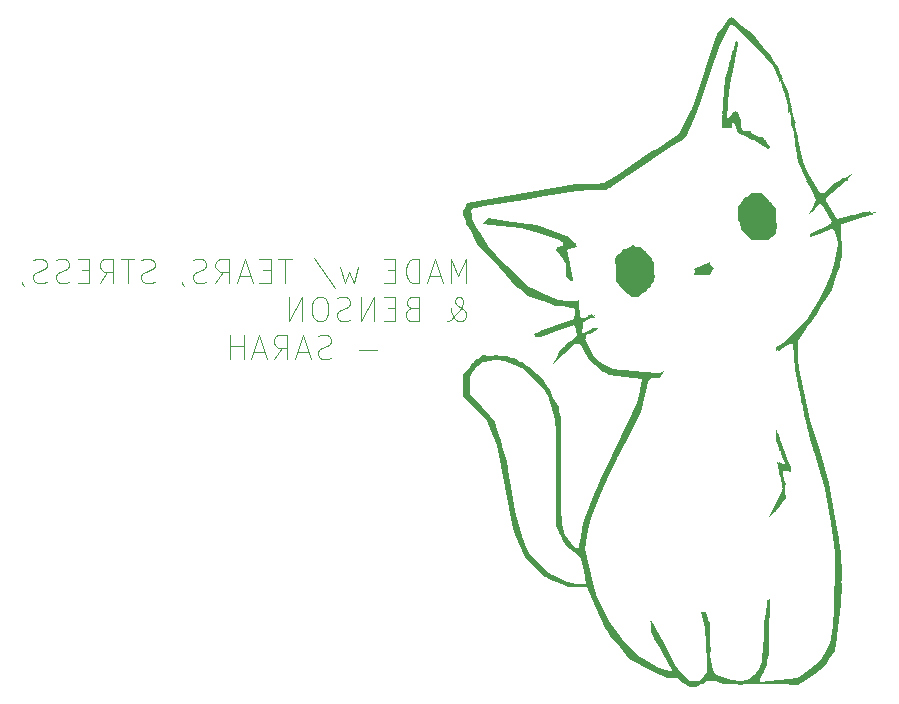
<source format=gbr>
%TF.GenerationSoftware,KiCad,Pcbnew,8.0.5*%
%TF.CreationDate,2025-02-22T12:03:58-08:00*%
%TF.ProjectId,eegw:ads1299,65656777-3a61-4647-9331-3239392e6b69,rev?*%
%TF.SameCoordinates,Original*%
%TF.FileFunction,Legend,Bot*%
%TF.FilePolarity,Positive*%
%FSLAX46Y46*%
G04 Gerber Fmt 4.6, Leading zero omitted, Abs format (unit mm)*
G04 Created by KiCad (PCBNEW 8.0.5) date 2025-02-22 12:03:58*
%MOMM*%
%LPD*%
G01*
G04 APERTURE LIST*
%ADD10C,0.000000*%
%ADD11C,0.100000*%
G04 APERTURE END LIST*
D10*
G36*
X174580520Y-99634880D02*
G01*
X174713974Y-99965607D01*
X174580520Y-100296348D01*
X174447067Y-100627075D01*
X174447067Y-99304153D01*
X174580520Y-99634880D01*
G37*
G36*
X178556411Y-109821258D02*
G01*
X178677414Y-110284271D01*
X178556411Y-110747314D01*
X178435394Y-111210327D01*
X178435394Y-109358246D01*
X178556411Y-109821258D01*
G37*
G36*
X167451530Y-144547653D02*
G01*
X167537933Y-146399734D01*
X168090454Y-146862747D01*
X168642975Y-147325775D01*
X168415222Y-147317779D01*
X168415313Y-147317673D01*
X168187561Y-147309677D01*
X167724540Y-147039993D01*
X167261520Y-146770309D01*
X167313324Y-144732941D01*
X167365127Y-142695572D01*
X167451530Y-144547653D01*
G37*
G36*
X171759437Y-106299286D02*
G01*
X172156311Y-106345581D01*
X172619331Y-106889084D01*
X173082351Y-107432571D01*
X173082351Y-109188217D01*
X172666580Y-109604004D01*
X172250808Y-110019775D01*
X171759430Y-110019867D01*
X171268059Y-110019867D01*
X170830131Y-109581940D01*
X170392189Y-109143997D01*
X170137817Y-108474945D01*
X169883445Y-107805893D01*
X170192077Y-107060791D01*
X170500709Y-106315689D01*
X170931633Y-106284286D01*
X171362556Y-106252991D01*
X171759437Y-106299286D01*
G37*
G36*
X169630729Y-91492416D02*
G01*
X170122658Y-91755684D01*
X171490326Y-93280891D01*
X172858009Y-94806099D01*
X173134826Y-95335258D01*
X173411636Y-95864426D01*
X173159866Y-95599846D01*
X172908096Y-95335258D01*
X171895775Y-94067261D01*
X170883453Y-92799263D01*
X170097336Y-92239494D01*
X169311203Y-91679726D01*
X168835205Y-92310776D01*
X168359207Y-92941826D01*
X167649246Y-95196884D01*
X166939277Y-97451935D01*
X166168579Y-99324646D01*
X165397880Y-101197365D01*
X162094200Y-103378883D01*
X158790519Y-105560409D01*
X155752083Y-105820755D01*
X151651031Y-106493881D01*
X147549988Y-107167023D01*
X147322998Y-107378357D01*
X147096000Y-107589691D01*
X147389511Y-108473953D01*
X147683014Y-109358200D01*
X149336296Y-111259415D01*
X150989586Y-113160629D01*
X151732475Y-113738037D01*
X152475364Y-114315445D01*
X153785835Y-114813385D01*
X155096298Y-115311325D01*
X156413543Y-115311325D01*
X156435547Y-115906631D01*
X156457649Y-116501938D01*
X156549949Y-117031113D01*
X156642250Y-117560272D01*
X156772239Y-118089447D01*
X156902229Y-118618622D01*
X156922432Y-118807846D01*
X156942733Y-118997070D01*
X158550338Y-120828033D01*
X159876228Y-121112381D01*
X161202118Y-121396728D01*
X162181274Y-121427429D01*
X163160446Y-121458130D01*
X162704895Y-121577682D01*
X162249351Y-121697235D01*
X161978760Y-122671448D01*
X161708183Y-123645676D01*
X161707184Y-123852035D01*
X161706184Y-124058380D01*
X159876503Y-127820785D01*
X158046829Y-131583176D01*
X157495247Y-133228470D01*
X156943680Y-134873764D01*
X156943680Y-137204178D01*
X158303604Y-141370163D01*
X158854980Y-142297485D01*
X159406357Y-143224823D01*
X160490127Y-144371139D01*
X161573890Y-145517456D01*
X162555542Y-146024795D01*
X163537185Y-146532120D01*
X164352012Y-146532120D01*
X164352012Y-146352127D01*
X163563064Y-144920792D01*
X162774101Y-143489456D01*
X162774101Y-142960281D01*
X163523063Y-144318481D01*
X164272026Y-145676666D01*
X164847099Y-146484283D01*
X165422172Y-147291901D01*
X166143875Y-147401550D01*
X166865577Y-147511215D01*
X166169441Y-147550995D01*
X165474228Y-147590591D01*
X165144851Y-147193726D01*
X164815483Y-146796844D01*
X163539757Y-146796844D01*
X162291786Y-146158249D01*
X161043808Y-145519653D01*
X160078537Y-144504608D01*
X159113258Y-143489563D01*
X158302261Y-141862594D01*
X157491249Y-140235626D01*
X157048050Y-138471237D01*
X156604851Y-136706833D01*
X156002487Y-136312149D01*
X155400139Y-135917480D01*
X154980827Y-134869522D01*
X154561516Y-133821564D01*
X154613418Y-129395142D01*
X154665321Y-124968735D01*
X154811813Y-129778992D01*
X154958313Y-134589249D01*
X155503570Y-135318542D01*
X156048843Y-136047851D01*
X156325500Y-136140045D01*
X156602157Y-136232239D01*
X156753059Y-134966064D01*
X156903946Y-133699905D01*
X157864433Y-131450943D01*
X158824936Y-129201980D01*
X159973396Y-126953018D01*
X161121856Y-124704056D01*
X161428177Y-123563034D01*
X161734489Y-122421997D01*
X161872169Y-122063202D01*
X162009849Y-121704422D01*
X160559601Y-121523239D01*
X159109359Y-121342041D01*
X158303451Y-120851944D01*
X157497543Y-120361832D01*
X157054176Y-119490234D01*
X156610809Y-118618637D01*
X156403808Y-118388443D01*
X155296722Y-119429581D01*
X154189644Y-120470718D01*
X154556572Y-119941543D01*
X154923515Y-119412384D01*
X155653106Y-118750931D01*
X156382690Y-118089477D01*
X156231407Y-116832703D01*
X156080124Y-115575928D01*
X155186653Y-115575928D01*
X153813843Y-115168243D01*
X152441032Y-114760559D01*
X150723961Y-113154312D01*
X149006889Y-111548065D01*
X148065040Y-110265015D01*
X147123192Y-108981949D01*
X146820808Y-107118606D01*
X147185402Y-106989014D01*
X147549980Y-106859405D01*
X150724983Y-106298630D01*
X153899986Y-105737854D01*
X156321434Y-105496948D01*
X158742881Y-105256058D01*
X161916168Y-103122558D01*
X165089454Y-100989082D01*
X165880096Y-99220512D01*
X166670738Y-97451942D01*
X167253837Y-95467575D01*
X167836937Y-93483192D01*
X168487877Y-92356171D01*
X169138809Y-91229149D01*
X169630729Y-91492416D01*
G37*
G36*
X174321396Y-98593147D02*
G01*
X174460373Y-98940407D01*
X174300522Y-99100265D01*
X174300476Y-99100265D01*
X174140625Y-99260116D01*
X174161529Y-98752998D01*
X174182434Y-98245880D01*
X174321396Y-98593147D01*
G37*
G36*
X152530380Y-108828735D02*
G01*
X154049240Y-109224350D01*
X155148727Y-109785263D01*
X156248230Y-110346176D01*
X155603691Y-110703171D01*
X154959152Y-111060181D01*
X155235801Y-111069183D01*
X155512451Y-111078186D01*
X155643051Y-113017090D01*
X155779739Y-113238266D01*
X155916443Y-113459442D01*
X155811798Y-113459427D01*
X155707985Y-113459427D01*
X155531593Y-113283035D01*
X155355201Y-113106659D01*
X155355201Y-111973068D01*
X154966743Y-111459473D01*
X154578285Y-110945877D01*
X154570282Y-110747436D01*
X154562278Y-110549011D01*
X155025299Y-110541016D01*
X155488319Y-110533020D01*
X154959160Y-110132904D01*
X154429992Y-109732788D01*
X153025001Y-109324173D01*
X151620010Y-108915542D01*
X148079986Y-108502731D01*
X149545746Y-108467926D01*
X151011512Y-108433121D01*
X152530380Y-108828735D01*
G37*
G36*
X169554580Y-94232727D02*
G01*
X169730957Y-94409119D01*
X169554580Y-94585510D01*
X169378189Y-94761902D01*
X169378189Y-94056351D01*
X169554580Y-94232727D01*
G37*
G36*
X172533592Y-106688644D02*
G01*
X172843384Y-107061920D01*
X172998451Y-108017548D01*
X173153534Y-108973190D01*
X172680061Y-109496368D01*
X172206588Y-110019546D01*
X171268074Y-110019546D01*
X170893738Y-109645203D01*
X170519401Y-109270859D01*
X170181930Y-108456146D01*
X169844459Y-107641418D01*
X170278892Y-106978393D01*
X170713310Y-106315369D01*
X172223816Y-106315369D01*
X172533592Y-106688644D01*
G37*
G36*
X169778328Y-93746994D02*
G01*
X169609344Y-94275223D01*
X169218483Y-96889252D01*
X168827621Y-99503273D01*
X169006843Y-99668312D01*
X169186050Y-99833351D01*
X169304168Y-99502624D01*
X169422287Y-99171898D01*
X169865310Y-99171898D01*
X170029762Y-99920639D01*
X170194214Y-100669372D01*
X172049499Y-101397339D01*
X172333748Y-101739838D01*
X172617988Y-102082329D01*
X172387169Y-102051460D01*
X172156326Y-102020660D01*
X171034248Y-101456177D01*
X169912170Y-100891693D01*
X169751198Y-100402031D01*
X169590225Y-99912384D01*
X169299003Y-100203590D01*
X169007782Y-100494812D01*
X168584450Y-100494812D01*
X168584450Y-98160110D01*
X168968780Y-96151382D01*
X169353111Y-94142639D01*
X169650222Y-93680710D01*
X169947319Y-93218773D01*
X169778328Y-93746994D01*
G37*
G36*
X173876114Y-119015549D02*
G01*
X173611526Y-119015549D01*
X173611526Y-118750961D01*
X173876114Y-118750961D01*
X173876114Y-119015549D01*
G37*
G36*
X169589271Y-91475410D02*
G01*
X170039650Y-91721588D01*
X171097976Y-92856666D01*
X172156303Y-93991745D01*
X170905441Y-92877602D01*
X169654579Y-91763473D01*
X169156753Y-91763473D01*
X168634742Y-92623375D01*
X168112724Y-93483269D01*
X167414032Y-95798378D01*
X166715332Y-98113480D01*
X166563240Y-98113487D01*
X166411148Y-98113487D01*
X166550491Y-97750366D01*
X166689834Y-97387237D01*
X167837021Y-93483276D01*
X168487961Y-92356254D01*
X169138893Y-91229233D01*
X169589271Y-91475410D01*
G37*
G36*
X173881134Y-129195755D02*
G01*
X173546737Y-129598678D01*
X173346939Y-129598678D01*
X173346939Y-129126129D01*
X173781234Y-128959473D01*
X174215545Y-128792816D01*
X173881134Y-129195755D01*
G37*
G36*
X178290207Y-111822174D02*
G01*
X178429184Y-112169449D01*
X178269333Y-112329300D01*
X178269287Y-112329300D01*
X178109436Y-112489151D01*
X178130340Y-111982040D01*
X178151245Y-111474914D01*
X178290207Y-111822174D01*
G37*
G36*
X178028579Y-133638885D02*
G01*
X178150558Y-134106934D01*
X178018783Y-134432632D01*
X178018402Y-134432632D01*
X177886627Y-134758316D01*
X177906616Y-133170822D01*
X178028579Y-133638885D01*
G37*
G36*
X173787903Y-131803863D02*
G01*
X173964294Y-131980255D01*
X173258728Y-131980255D01*
X173611511Y-131627472D01*
X173787903Y-131803863D01*
G37*
G36*
X175110824Y-102699394D02*
G01*
X175287201Y-102875786D01*
X175110824Y-103052177D01*
X174934433Y-103228569D01*
X174934433Y-102523003D01*
X175110824Y-102699394D01*
G37*
G36*
X168828132Y-99290893D02*
G01*
X168849029Y-100071411D01*
X169166527Y-99753914D01*
X169484024Y-99436417D01*
X169907364Y-99436417D01*
X169907364Y-100053772D01*
X169735084Y-99881492D01*
X169562805Y-99709221D01*
X169227485Y-100167801D01*
X169227455Y-100167793D01*
X168892135Y-100626381D01*
X168712448Y-99910454D01*
X168532760Y-99194527D01*
X168669998Y-98852447D01*
X168807235Y-98510361D01*
X168828132Y-99290893D01*
G37*
G36*
X167622108Y-112141022D02*
G01*
X167850410Y-112354904D01*
X167672638Y-112642548D01*
X167494880Y-112930191D01*
X166849037Y-112930206D01*
X166203193Y-112930206D01*
X166203193Y-112383972D01*
X166798500Y-112155548D01*
X167393806Y-111927139D01*
X167622108Y-112141022D01*
G37*
G36*
X174850601Y-101238876D02*
G01*
X174989563Y-101586143D01*
X174829712Y-101745994D01*
X174829696Y-101745994D01*
X174669830Y-101905846D01*
X174690735Y-101398727D01*
X174711639Y-100891617D01*
X174850601Y-101238876D01*
G37*
G36*
X174537552Y-147582580D02*
G01*
X173346939Y-147565781D01*
X173346939Y-147565689D01*
X172156311Y-147548889D01*
X172420898Y-147459396D01*
X172685478Y-147369903D01*
X173977920Y-147244186D01*
X175270370Y-147118469D01*
X174537552Y-147582580D01*
G37*
G36*
X157736526Y-117692703D02*
G01*
X157339653Y-117949188D01*
X156810486Y-117949188D01*
X157207359Y-117692703D01*
X157604240Y-117436218D01*
X158133407Y-117436218D01*
X157736526Y-117692703D01*
G37*
G36*
X175374252Y-122918320D02*
G01*
X175507705Y-123249054D01*
X175374252Y-123579758D01*
X175240799Y-123910492D01*
X175240799Y-122587585D01*
X175374252Y-122918320D01*
G37*
G36*
X169558815Y-94095207D02*
G01*
X169697777Y-94442474D01*
X169537925Y-94602325D01*
X169537910Y-94602325D01*
X169378059Y-94762176D01*
X169398956Y-94255058D01*
X169419853Y-93747948D01*
X169558815Y-94095207D01*
G37*
G36*
X169554588Y-94233055D02*
G01*
X169730964Y-94409447D01*
X169554588Y-94585838D01*
X169378196Y-94762230D01*
X169378196Y-94056679D01*
X169554588Y-94233055D01*
G37*
G36*
X174853576Y-119880615D02*
G01*
X174975555Y-120348679D01*
X174843780Y-120674362D01*
X174843399Y-120674362D01*
X174711624Y-121000061D01*
X174721618Y-120206314D01*
X174731613Y-119412567D01*
X174853576Y-119880615D01*
G37*
G36*
X175507721Y-123248901D02*
G01*
X175374267Y-123579605D01*
X175240814Y-123910339D01*
X175240814Y-122587433D01*
X175507721Y-123248901D01*
G37*
G36*
X173447723Y-132521988D02*
G01*
X172970894Y-132978699D01*
X172494056Y-133435425D01*
X172844337Y-132852157D01*
X173194610Y-132268875D01*
X173447723Y-132521988D01*
G37*
G36*
X167440246Y-112226898D02*
G01*
X167579086Y-112365738D01*
X167404686Y-112647934D01*
X167230285Y-112930130D01*
X166499000Y-112930130D01*
X166347252Y-112684585D01*
X166195503Y-112439056D01*
X166748451Y-112263550D01*
X167301399Y-112088043D01*
X167440246Y-112226898D01*
G37*
G36*
X152113456Y-108836471D02*
G01*
X153237198Y-108967224D01*
X154759300Y-109643616D01*
X156281387Y-110320023D01*
X155704414Y-110632797D01*
X155127434Y-110945587D01*
X155654731Y-111886841D01*
X155541015Y-112474548D01*
X155427345Y-113062256D01*
X155391342Y-112421631D01*
X155355339Y-111781006D01*
X154922447Y-111302673D01*
X154489555Y-110824341D01*
X154922447Y-110658234D01*
X155355339Y-110492111D01*
X155355339Y-110091446D01*
X154230858Y-109665268D01*
X153106376Y-109239090D01*
X152048050Y-108972397D01*
X150989723Y-108705704D01*
X152113456Y-108836471D01*
G37*
G36*
X152974037Y-118221634D02*
G01*
X152709449Y-118221634D01*
X152709449Y-117957046D01*
X152974037Y-117957046D01*
X152974037Y-118221634D01*
G37*
G36*
X174094772Y-128787231D02*
G01*
X174365219Y-129563034D01*
X173856079Y-129524750D01*
X173346939Y-129486343D01*
X173346939Y-129069778D01*
X173911758Y-129069778D01*
X173743805Y-128540604D01*
X173575851Y-128011444D01*
X173824325Y-128011444D01*
X174094772Y-128787231D01*
G37*
G36*
X170373459Y-147409164D02*
G01*
X170833397Y-147529571D01*
X169775055Y-147524567D01*
X169775062Y-147523895D01*
X168716736Y-147518890D01*
X169315132Y-147403824D01*
X169913521Y-147288757D01*
X170373459Y-147409164D01*
G37*
G36*
X169289993Y-95291069D02*
G01*
X169466385Y-95467461D01*
X169289993Y-95643852D01*
X169113601Y-95820229D01*
X169113601Y-95114677D01*
X169289993Y-95291069D01*
G37*
G36*
X161669479Y-110837952D02*
G01*
X162366600Y-111227768D01*
X162607292Y-112193222D01*
X162847984Y-113158691D01*
X162402755Y-113838196D01*
X161957535Y-114517700D01*
X161184883Y-114517715D01*
X160412231Y-114517715D01*
X160000351Y-113929672D01*
X159588470Y-113341629D01*
X159588470Y-111354904D01*
X160280418Y-110901520D01*
X160972366Y-110448135D01*
X161669479Y-110837952D01*
G37*
G36*
X154477684Y-124257660D02*
G01*
X154616646Y-124604935D01*
X154456794Y-124764786D01*
X154456779Y-124764786D01*
X154296928Y-124924637D01*
X154317825Y-124417511D01*
X154338722Y-123910385D01*
X154477684Y-124257660D01*
G37*
G36*
X152775573Y-121363113D02*
G01*
X153238594Y-121726242D01*
X153238594Y-121926041D01*
X153138702Y-121926025D01*
X153038803Y-121926025D01*
X152675682Y-121463013D01*
X152312553Y-121000000D01*
X152775573Y-121363113D01*
G37*
G36*
X150773529Y-132724335D02*
G01*
X150912498Y-133071594D01*
X150752640Y-133231460D01*
X150752624Y-133231460D01*
X150592773Y-133391312D01*
X150613670Y-132884186D01*
X150634567Y-132377060D01*
X150773529Y-132724335D01*
G37*
G36*
X165928032Y-99840195D02*
G01*
X165938629Y-100112045D01*
X165531440Y-100693405D01*
X165124237Y-101274757D01*
X161949325Y-103396995D01*
X158774406Y-105519256D01*
X157263282Y-105662140D01*
X155752189Y-105805023D01*
X151452713Y-106514145D01*
X147153236Y-107223251D01*
X147153236Y-107919723D01*
X147511719Y-108777710D01*
X147870208Y-109635696D01*
X151178146Y-113469589D01*
X152347557Y-114154907D01*
X153516967Y-114840225D01*
X154766868Y-115184280D01*
X156016777Y-115528335D01*
X155487610Y-115535339D01*
X155487571Y-115535995D01*
X154958412Y-115542999D01*
X153635490Y-115114944D01*
X152312568Y-114686905D01*
X150152885Y-112520233D01*
X147993194Y-110353561D01*
X147440902Y-109270965D01*
X146888603Y-108188385D01*
X146888603Y-107092377D01*
X147219330Y-106975754D01*
X147550056Y-106859146D01*
X150725059Y-106306610D01*
X153900062Y-105754074D01*
X156320503Y-105514831D01*
X158740936Y-105275604D01*
X161948944Y-103121887D01*
X165156967Y-100968185D01*
X165537201Y-100268265D01*
X165917434Y-99568336D01*
X165928032Y-99840195D01*
G37*
G36*
X178428405Y-136213150D02*
G01*
X178645447Y-137668365D01*
X178502640Y-139785034D01*
X178359817Y-141901688D01*
X178198913Y-143329025D01*
X178038009Y-144756363D01*
X177081085Y-145816864D01*
X176124160Y-146877380D01*
X174421371Y-147590240D01*
X173288391Y-147552948D01*
X173289291Y-147552994D01*
X172156311Y-147515701D01*
X174802154Y-147189346D01*
X176652435Y-146106399D01*
X177231277Y-145247452D01*
X177810119Y-144388519D01*
X178205353Y-141372528D01*
X178208359Y-138065231D01*
X178211364Y-134757934D01*
X178428405Y-136213150D01*
G37*
G36*
X173443954Y-132518265D02*
G01*
X173115188Y-132844559D01*
X172786415Y-133170883D01*
X172967064Y-132696457D01*
X173147720Y-132222031D01*
X173443954Y-132518265D01*
G37*
G36*
X152974029Y-118221802D02*
G01*
X152709442Y-118221802D01*
X152709442Y-117957214D01*
X152974029Y-117957214D01*
X152974029Y-118221802D01*
G37*
G36*
X175199020Y-103140602D02*
G01*
X174934433Y-103140602D01*
X174934433Y-102876015D01*
X175199020Y-102876015D01*
X175199020Y-103140602D01*
G37*
G36*
X149850952Y-119894058D02*
G01*
X150195884Y-120032242D01*
X149371666Y-120053146D01*
X148547455Y-120074051D01*
X147870628Y-120606445D01*
X147193809Y-121138840D01*
X147018272Y-121938065D01*
X146842735Y-122737289D01*
X147780243Y-123775009D01*
X148717766Y-124812729D01*
X149249069Y-125854172D01*
X149780380Y-126895615D01*
X150213028Y-129239517D01*
X150645691Y-131583420D01*
X151150894Y-133694199D01*
X151656105Y-135804962D01*
X152396522Y-136719788D01*
X153136940Y-137634598D01*
X153827400Y-138150101D01*
X154517853Y-138665604D01*
X155796463Y-139009262D01*
X157075065Y-139352920D01*
X156399414Y-139370819D01*
X156399414Y-139370727D01*
X155723755Y-139388626D01*
X154341491Y-138699814D01*
X152959221Y-138011001D01*
X152313354Y-137164215D01*
X151667488Y-136317428D01*
X151270790Y-135368011D01*
X150874099Y-134418594D01*
X150334511Y-131413498D01*
X149794922Y-128408401D01*
X149392929Y-127020096D01*
X148990936Y-125631790D01*
X147807480Y-124299286D01*
X146624031Y-122966782D01*
X146625007Y-122380295D01*
X146625984Y-121793808D01*
X147141540Y-120948273D01*
X147657089Y-120102737D01*
X148581558Y-119929306D01*
X149506019Y-119755875D01*
X149850952Y-119894058D01*
G37*
G36*
X155267090Y-138947571D02*
G01*
X155443481Y-139123962D01*
X154737915Y-139123962D01*
X154914306Y-138947571D01*
X155090698Y-138771179D01*
X155267090Y-138947571D01*
G37*
G36*
X173876114Y-97055283D02*
G01*
X173611526Y-97055283D01*
X173611526Y-96790687D01*
X173876114Y-96790687D01*
X173876114Y-97055283D01*
G37*
G36*
X169288841Y-95137047D02*
G01*
X169422302Y-95467773D01*
X169288841Y-95798515D01*
X169155388Y-96129242D01*
X169155388Y-94806320D01*
X169288841Y-95137047D01*
G37*
G36*
X174581665Y-99789299D02*
G01*
X174758056Y-99965691D01*
X174581665Y-100142082D01*
X174405273Y-100318474D01*
X174405273Y-99612923D01*
X174581665Y-99789299D01*
G37*
G36*
X166459655Y-98774940D02*
G01*
X166203178Y-99171814D01*
X165946701Y-99568695D01*
X165946701Y-99039528D01*
X166203178Y-98642654D01*
X166459655Y-98245773D01*
X166459655Y-98774940D01*
G37*
G36*
X174850601Y-101238686D02*
G01*
X174989563Y-101585953D01*
X174829712Y-101745804D01*
X174829696Y-101745804D01*
X174669830Y-101905655D01*
X174690735Y-101398537D01*
X174711639Y-100891426D01*
X174850601Y-101238686D01*
G37*
G36*
X177315567Y-109226059D02*
G01*
X177050979Y-109226059D01*
X177050979Y-108961471D01*
X177315567Y-108961471D01*
X177315567Y-109226059D01*
G37*
G36*
X175551803Y-103669533D02*
G01*
X175375412Y-103845932D01*
X175199020Y-104022324D01*
X175199020Y-103316749D01*
X175551803Y-103669533D01*
G37*
G36*
X176529831Y-116090393D02*
G01*
X176254516Y-116604828D01*
X175963913Y-116784439D01*
X175673309Y-116964035D01*
X176128052Y-116269989D01*
X176582794Y-115575958D01*
X176805145Y-115575958D01*
X176529831Y-116090393D01*
G37*
G36*
X156811111Y-118354172D02*
G01*
X157185318Y-119412506D01*
X158118515Y-120272400D01*
X159051712Y-121132294D01*
X158819000Y-121132294D01*
X158818947Y-121132278D01*
X158586227Y-121132278D01*
X157764496Y-120364670D01*
X156942764Y-119597061D01*
X156938766Y-119372482D01*
X156934768Y-119147903D01*
X156685775Y-118754089D01*
X156436783Y-118360275D01*
X155457420Y-119283264D01*
X154478050Y-120206238D01*
X154892463Y-119586685D01*
X155306862Y-118967117D01*
X155860283Y-118579483D01*
X156413696Y-118191864D01*
X156425293Y-117743851D01*
X156436889Y-117295837D01*
X156811111Y-118354172D01*
G37*
G36*
X178291824Y-135485931D02*
G01*
X178412826Y-135948944D01*
X178291824Y-136411987D01*
X178170822Y-136875000D01*
X178170822Y-135022903D01*
X178291824Y-135485931D01*
G37*
G36*
X173787903Y-131803818D02*
G01*
X173964294Y-131980209D01*
X173258728Y-131980209D01*
X173611511Y-131627426D01*
X173787903Y-131803818D01*
G37*
G36*
X169907364Y-93615700D02*
G01*
X169642776Y-93615700D01*
X169642776Y-93351112D01*
X169907364Y-93351112D01*
X169907364Y-93615700D01*
G37*
G36*
X173523330Y-127305954D02*
G01*
X173699707Y-127482345D01*
X173523330Y-127658737D01*
X173346939Y-127835129D01*
X173346939Y-127129562D01*
X173523330Y-127305954D01*
G37*
G36*
X172288597Y-101817695D02*
G01*
X172024009Y-101817695D01*
X172024009Y-101553101D01*
X172288597Y-101553101D01*
X172288597Y-101817695D01*
G37*
G36*
X173987945Y-128540649D02*
G01*
X174386474Y-129202103D01*
X174395477Y-129428848D01*
X174404480Y-129655594D01*
X173644928Y-129364120D01*
X173516433Y-129679993D01*
X173517212Y-129679993D01*
X173388717Y-129995850D01*
X173367813Y-129384918D01*
X173346908Y-128774002D01*
X173639831Y-128955048D01*
X173932754Y-129136093D01*
X173761078Y-128507645D01*
X173589401Y-127879196D01*
X173987945Y-128540649D01*
G37*
G36*
X169031288Y-96592209D02*
G01*
X169152290Y-97055229D01*
X169031288Y-97518249D01*
X168910278Y-97981270D01*
X168910278Y-96129188D01*
X169031288Y-96592209D01*
G37*
G36*
X167454353Y-143693924D02*
G01*
X167558487Y-144692016D01*
X167452217Y-145546005D01*
X167452484Y-145546005D01*
X167346214Y-146400009D01*
X167348213Y-144547913D01*
X167350212Y-142695831D01*
X167454353Y-143693924D01*
G37*
G36*
X152211418Y-120936462D02*
G01*
X153342018Y-121798798D01*
X153979210Y-123036972D01*
X154616401Y-124275162D01*
X154501449Y-124619995D01*
X154501434Y-124619903D01*
X154386497Y-124964737D01*
X154191841Y-124189163D01*
X153997184Y-123413574D01*
X153442978Y-122603699D01*
X152888756Y-121793808D01*
X152336082Y-121314072D01*
X151783409Y-120834335D01*
X150989662Y-120464523D01*
X150195915Y-120094726D01*
X151080818Y-120074127D01*
X152211418Y-120936462D01*
G37*
G36*
X155311851Y-110747314D02*
G01*
X155268448Y-110945755D01*
X155469970Y-111662002D01*
X155671501Y-112378250D01*
X155534279Y-112720337D01*
X155397049Y-113062424D01*
X155376152Y-112353714D01*
X155355255Y-111645019D01*
X154970978Y-111260742D01*
X154586708Y-110876465D01*
X154750496Y-110712677D01*
X154914283Y-110548889D01*
X155355255Y-110548889D01*
X155311851Y-110747314D01*
G37*
G36*
X175118042Y-121468048D02*
G01*
X175240005Y-121936111D01*
X175108230Y-122261795D01*
X175107864Y-122261795D01*
X174976089Y-122587494D01*
X174996078Y-121000000D01*
X175118042Y-121468048D01*
G37*
G36*
X173263031Y-126374374D02*
G01*
X173401993Y-126721634D01*
X173242141Y-126881500D01*
X173242096Y-126881500D01*
X173082245Y-127041351D01*
X173103149Y-126534225D01*
X173124054Y-126027099D01*
X173263031Y-126374374D01*
G37*
G36*
X177315689Y-109226120D02*
G01*
X177051101Y-109226120D01*
X177051101Y-108961533D01*
X177315689Y-108961533D01*
X177315689Y-109226120D01*
G37*
G36*
X174845077Y-100957870D02*
G01*
X174978531Y-101288597D01*
X174845077Y-101619339D01*
X174711624Y-101950065D01*
X174711624Y-100627144D01*
X174845077Y-100957870D01*
G37*
G36*
X170370361Y-100741188D02*
G01*
X170833389Y-101006226D01*
X171230262Y-101275612D01*
X171627144Y-101544998D01*
X171362549Y-101516533D01*
X171097969Y-101488136D01*
X170502662Y-101193298D01*
X169907341Y-100898468D01*
X169907341Y-100476158D01*
X170370361Y-100741188D01*
G37*
G36*
X162850364Y-143114777D02*
G01*
X162936165Y-143225021D01*
X163778656Y-144746368D01*
X164621155Y-146267731D01*
X164491943Y-146267731D01*
X164491012Y-146267715D01*
X164361808Y-146267715D01*
X163565185Y-144878647D01*
X162768562Y-143489593D01*
X162766563Y-143247070D01*
X162764564Y-143004532D01*
X162850364Y-143114777D01*
G37*
G36*
X173523330Y-96084816D02*
G01*
X173699707Y-96261207D01*
X173523330Y-96437599D01*
X173346939Y-96613975D01*
X173346939Y-95908424D01*
X173523330Y-96084816D01*
G37*
G36*
X154032356Y-109382858D02*
G01*
X154693817Y-109557587D01*
X155421425Y-109927734D01*
X156149025Y-110297882D01*
X156149025Y-110548889D01*
X155950584Y-110512970D01*
X155752151Y-110477066D01*
X154561523Y-109842590D01*
X153370903Y-109208130D01*
X154032356Y-109382858D01*
G37*
G36*
X153964264Y-122637482D02*
G01*
X154614288Y-124607056D01*
X154455620Y-124765716D01*
X154296959Y-124924377D01*
X154296959Y-124209503D01*
X153732681Y-123043854D01*
X153168403Y-121878219D01*
X151042564Y-120338272D01*
X151665054Y-120338272D01*
X153964264Y-122637482D01*
G37*
G36*
X176786545Y-109490631D02*
G01*
X176521957Y-109490631D01*
X176521957Y-109226044D01*
X176786545Y-109226044D01*
X176786545Y-109490631D01*
G37*
G36*
X167261520Y-147326050D02*
G01*
X166996933Y-147326050D01*
X166996933Y-147061462D01*
X167261520Y-147061462D01*
X167261520Y-147326050D01*
G37*
G36*
X155222992Y-117265610D02*
G01*
X154429245Y-117627045D01*
X153106323Y-117951599D01*
X153900070Y-117590164D01*
X154693817Y-117228729D01*
X155355278Y-117066452D01*
X156016739Y-116904175D01*
X155222992Y-117265610D01*
G37*
G36*
X173523224Y-127305923D02*
G01*
X173699600Y-127482315D01*
X173523224Y-127658707D01*
X173523208Y-127658707D01*
X173346832Y-127835098D01*
X173346832Y-127129532D01*
X173523224Y-127305923D01*
G37*
G36*
X168778648Y-98998650D02*
G01*
X168883941Y-100016029D01*
X169360679Y-99584579D01*
X169837433Y-99153137D01*
X169998054Y-99956261D01*
X170158684Y-100759392D01*
X170965660Y-100759392D01*
X170965660Y-101288559D01*
X171959205Y-101288559D01*
X172288574Y-101685440D01*
X172617950Y-102082313D01*
X172519447Y-102063515D01*
X172519317Y-102063515D01*
X172420814Y-102044716D01*
X171177734Y-101474632D01*
X169934662Y-100904541D01*
X169767959Y-100240394D01*
X169601272Y-99576248D01*
X169341133Y-100041092D01*
X169080993Y-100505943D01*
X168832672Y-100352470D01*
X168584350Y-100198997D01*
X168628853Y-99090126D01*
X168673355Y-97981270D01*
X168778648Y-98998650D01*
G37*
G36*
X172384796Y-94387566D02*
G01*
X172846687Y-94762688D01*
X173106140Y-95247467D01*
X173365585Y-95732246D01*
X173273697Y-95732254D01*
X173181900Y-95732254D01*
X172552398Y-94872353D01*
X171922897Y-94012459D01*
X172384796Y-94387566D01*
G37*
G36*
X178301803Y-140650131D02*
G01*
X178408859Y-141514770D01*
X178299103Y-142237625D01*
X178298492Y-142237625D01*
X178188720Y-142960495D01*
X178191726Y-141373001D01*
X178194732Y-139785507D01*
X178301803Y-140650131D01*
G37*
G36*
X178560486Y-109956497D02*
G01*
X178675552Y-110554901D01*
X178555145Y-111014831D01*
X178555816Y-111014816D01*
X178435409Y-111474762D01*
X178445419Y-109358093D01*
X178560486Y-109956497D01*
G37*
G36*
X156471756Y-116116791D02*
G01*
X156589966Y-116922195D01*
X156369499Y-117058441D01*
X156149032Y-117194702D01*
X156149032Y-115311386D01*
X156353546Y-115311386D01*
X156471756Y-116116791D01*
G37*
G36*
X174852615Y-119677078D02*
G01*
X174955230Y-120470825D01*
X175962036Y-125497894D01*
X176781555Y-128142502D01*
X177601089Y-130787109D01*
X178398086Y-135287475D01*
X178547134Y-137404129D01*
X178696182Y-139520798D01*
X178418426Y-141951980D01*
X178140670Y-144383163D01*
X177714035Y-145208206D01*
X177287384Y-146033249D01*
X176059555Y-146811905D01*
X174831726Y-147590576D01*
X173362167Y-147555878D01*
X173361282Y-147555939D01*
X171891731Y-147521240D01*
X173353470Y-147332565D01*
X174815216Y-147143890D01*
X175337845Y-146859817D01*
X175860473Y-146575745D01*
X176726562Y-145675140D01*
X177592651Y-144774536D01*
X177849518Y-143206024D01*
X178106369Y-141637512D01*
X178108368Y-138890961D01*
X178110367Y-136144394D01*
X177686401Y-133477661D01*
X177262436Y-130810928D01*
X176490982Y-128304733D01*
X175719528Y-125798538D01*
X175195160Y-123225403D01*
X174670807Y-120652283D01*
X174710403Y-119767807D01*
X174750000Y-118883331D01*
X174852615Y-119677078D01*
G37*
G36*
X169912758Y-93268257D02*
G01*
X169531616Y-95227875D01*
X169150474Y-97187492D01*
X169031563Y-98450241D01*
X168912651Y-99712997D01*
X169297874Y-99393295D01*
X169683082Y-99073593D01*
X169923454Y-99453453D01*
X170163810Y-99833313D01*
X170167808Y-100246956D01*
X170171806Y-100660599D01*
X171110588Y-101028938D01*
X172049354Y-101397285D01*
X172338905Y-101746178D01*
X172628463Y-102095070D01*
X172524612Y-102190369D01*
X172524742Y-102190330D01*
X172420898Y-102285629D01*
X171494850Y-101670051D01*
X170568809Y-101054481D01*
X170278511Y-101039184D01*
X169988220Y-101023987D01*
X169701111Y-100428665D01*
X169414001Y-99833359D01*
X169396103Y-100164085D01*
X169378204Y-100494812D01*
X168508835Y-100494812D01*
X168650253Y-98431579D01*
X168791672Y-96368339D01*
X169254112Y-94720199D01*
X169716560Y-93072060D01*
X169912758Y-93268257D01*
G37*
G36*
X175728195Y-104463623D02*
G01*
X175463608Y-104463623D01*
X175463608Y-104199036D01*
X175728195Y-104199036D01*
X175728195Y-104463623D01*
G37*
G36*
X167261528Y-147325668D02*
G01*
X166996940Y-147325668D01*
X166996940Y-147061081D01*
X167261528Y-147061081D01*
X167261528Y-147325668D01*
G37*
G36*
X147574501Y-120886688D02*
G01*
X146888618Y-121701813D01*
X146888618Y-122940933D01*
X147929046Y-124023819D01*
X148969475Y-125106705D01*
X149480766Y-126492813D01*
X149992042Y-127878906D01*
X150646980Y-131420471D01*
X150544059Y-131729202D01*
X150441139Y-132037979D01*
X150092743Y-129958435D01*
X149744331Y-127878891D01*
X149262130Y-126606842D01*
X148779930Y-125334808D01*
X147701980Y-124165375D01*
X146624031Y-122995941D01*
X146624031Y-121899506D01*
X147398216Y-120402405D01*
X147829300Y-120236984D01*
X148260368Y-120071579D01*
X147574501Y-120886688D01*
G37*
G36*
X151749298Y-108695145D02*
G01*
X153319977Y-109004166D01*
X154800689Y-109662262D01*
X156281402Y-110320358D01*
X155704429Y-110633133D01*
X155127449Y-110945923D01*
X155390617Y-111415695D01*
X155653785Y-111885467D01*
X155544121Y-112606293D01*
X155434547Y-113327148D01*
X155394951Y-112658417D01*
X155355354Y-111989685D01*
X154942077Y-111399628D01*
X154528785Y-110809585D01*
X154942077Y-110650986D01*
X155355354Y-110492401D01*
X155354362Y-110322266D01*
X155353370Y-110152130D01*
X153106392Y-109244263D01*
X151915771Y-108977066D01*
X150725143Y-108709869D01*
X149666816Y-108663772D01*
X148608490Y-108617676D01*
X149393547Y-108501907D01*
X150178619Y-108386139D01*
X151749298Y-108695145D01*
G37*
G36*
X173836425Y-130988022D02*
G01*
X173876022Y-131980209D01*
X173346847Y-131980209D01*
X173346847Y-132709167D01*
X172924461Y-133059814D01*
X172501960Y-133410461D01*
X173036461Y-132458816D01*
X173570968Y-131507187D01*
X173683899Y-130751510D01*
X173796829Y-129995834D01*
X173836425Y-130988022D01*
G37*
G36*
X176092010Y-125927582D02*
G01*
X176261047Y-126772781D01*
X176152099Y-126881729D01*
X176043152Y-126990677D01*
X175860504Y-126159088D01*
X175677856Y-125327515D01*
X175800415Y-125204941D01*
X175922973Y-125082397D01*
X176092010Y-125927582D01*
G37*
G36*
X168819343Y-99171623D02*
G01*
X168984665Y-100097671D01*
X169197006Y-99766945D01*
X169409355Y-99436218D01*
X169907287Y-99436218D01*
X169907287Y-100053573D01*
X169735016Y-99881294D01*
X169562736Y-99709022D01*
X169264778Y-100116562D01*
X168966781Y-100524109D01*
X168775604Y-100332939D01*
X168584434Y-100141762D01*
X168654030Y-98245582D01*
X168819343Y-99171623D01*
G37*
G36*
X174006515Y-129072800D02*
G01*
X173844879Y-129334350D01*
X173346939Y-129334350D01*
X173346939Y-129126404D01*
X173757553Y-128968826D01*
X174168167Y-128811249D01*
X174006515Y-129072800D01*
G37*
G36*
X147927818Y-120404037D02*
G01*
X147511741Y-120735413D01*
X147208160Y-121264572D01*
X146904693Y-121793747D01*
X146896690Y-121577911D01*
X146888687Y-121362076D01*
X147145927Y-120881424D01*
X147403160Y-120400787D01*
X148343895Y-120072662D01*
X147927818Y-120404037D01*
G37*
G36*
X177839752Y-132349686D02*
G01*
X178163635Y-134066223D01*
X178062286Y-134370315D01*
X177960922Y-134674393D01*
X177632568Y-132759598D01*
X177304214Y-130844803D01*
X177410049Y-130738983D01*
X177515869Y-130633148D01*
X177839752Y-132349686D01*
G37*
G36*
X170123932Y-100426170D02*
G01*
X170332519Y-100754608D01*
X171376648Y-101275520D01*
X172420776Y-101796432D01*
X172156189Y-101793434D01*
X172156303Y-101793304D01*
X171891723Y-101790306D01*
X170899536Y-101344795D01*
X169907348Y-100899277D01*
X169911346Y-100498497D01*
X169915344Y-100097717D01*
X170123932Y-100426170D01*
G37*
G36*
X149979767Y-128226395D02*
G01*
X150118736Y-128573669D01*
X149958877Y-128733520D01*
X149958862Y-128733520D01*
X149799011Y-128893371D01*
X149840805Y-127879120D01*
X149979767Y-128226395D01*
G37*
G36*
X174577621Y-118486389D02*
G01*
X174313034Y-118486389D01*
X175555862Y-117163483D01*
X175820450Y-117163483D01*
X174577621Y-118486389D01*
G37*
G36*
X174366012Y-129202087D02*
G01*
X174385620Y-129428833D01*
X174405227Y-129655578D01*
X174025451Y-129509842D01*
X173645675Y-129364105D01*
X173517181Y-129679977D01*
X173517227Y-129679977D01*
X173388733Y-129995834D01*
X173367828Y-129384903D01*
X173346924Y-128773987D01*
X173656479Y-128965301D01*
X173966018Y-129156616D01*
X173551468Y-128143768D01*
X173337112Y-127085419D01*
X174366012Y-129202087D01*
G37*
G36*
X157471885Y-116634415D02*
G01*
X157207290Y-116634415D01*
X157207290Y-116369827D01*
X157471885Y-116369827D01*
X157471885Y-116634415D01*
G37*
G36*
X177231872Y-129813904D02*
G01*
X177370834Y-130161178D01*
X177210983Y-130321030D01*
X177210968Y-130321030D01*
X177051101Y-130480881D01*
X177092911Y-129466629D01*
X177231872Y-129813904D01*
G37*
G36*
X175728195Y-104463287D02*
G01*
X175463608Y-104463287D01*
X175463608Y-104198700D01*
X175728195Y-104198700D01*
X175728195Y-104463287D01*
G37*
G36*
X173876114Y-119015381D02*
G01*
X173611526Y-119015381D01*
X173611526Y-118750793D01*
X173876114Y-118750793D01*
X173876114Y-119015381D01*
G37*
G36*
X169024238Y-96724419D02*
G01*
X169157692Y-97055145D01*
X169024238Y-97385887D01*
X168890785Y-97716614D01*
X168890785Y-96393692D01*
X169024238Y-96724419D01*
G37*
G36*
X150989654Y-108635589D02*
G01*
X149931320Y-108629913D01*
X148872993Y-108624908D01*
X149471390Y-108509842D01*
X150069778Y-108394775D01*
X150989654Y-108635589D01*
G37*
G36*
X167440269Y-112226730D02*
G01*
X167579109Y-112365570D01*
X167404709Y-112647766D01*
X167230308Y-112929962D01*
X166499023Y-112929962D01*
X166347275Y-112684418D01*
X166195526Y-112438888D01*
X166748474Y-112263382D01*
X167301422Y-112087875D01*
X167440269Y-112226730D01*
G37*
G36*
X162215255Y-111246094D02*
G01*
X162763626Y-111943237D01*
X162763626Y-113341629D01*
X162351753Y-113929672D01*
X161939872Y-114517715D01*
X160412384Y-114517715D01*
X160000503Y-113929672D01*
X159588623Y-113341629D01*
X159588623Y-111372696D01*
X160176666Y-110960815D01*
X160764709Y-110548950D01*
X161666885Y-110548950D01*
X162215255Y-111246094D01*
G37*
G36*
X176698318Y-128099625D02*
G01*
X176874695Y-128276016D01*
X176698318Y-128452408D01*
X176521927Y-128628799D01*
X176521927Y-127923233D01*
X176698318Y-128099625D01*
G37*
G36*
X153166946Y-109066101D02*
G01*
X153326797Y-109225952D01*
X152819679Y-109205078D01*
X152312561Y-109184173D01*
X152659828Y-109045212D01*
X153007087Y-108906250D01*
X153166946Y-109066101D01*
G37*
G36*
X175904571Y-125453796D02*
G01*
X176080948Y-125630188D01*
X175904571Y-125806579D01*
X175728180Y-125982956D01*
X175728180Y-125277405D01*
X175904571Y-125453796D01*
G37*
G36*
X167790695Y-146818130D02*
G01*
X168452156Y-147133133D01*
X168562393Y-147229629D01*
X168672630Y-147326126D01*
X168414520Y-147326050D01*
X168156410Y-147326050D01*
X167642822Y-146914581D01*
X167129234Y-146503113D01*
X167790695Y-146818130D01*
G37*
G36*
X174110244Y-128831787D02*
G01*
X174396209Y-129652115D01*
X174020920Y-129508102D01*
X173645645Y-129364090D01*
X173517196Y-129679962D01*
X173388702Y-129995819D01*
X173346893Y-129069794D01*
X173911712Y-129069794D01*
X173743759Y-128540619D01*
X173575805Y-128011459D01*
X173824280Y-128011459D01*
X174110244Y-128831787D01*
G37*
G36*
X177978103Y-143998108D02*
G01*
X177863357Y-145035812D01*
X176874374Y-146048630D01*
X175885391Y-147061447D01*
X175614212Y-147061462D01*
X175343048Y-147061462D01*
X176292755Y-146278625D01*
X177242462Y-145495804D01*
X177528824Y-144757278D01*
X177815201Y-144018753D01*
X177954025Y-143489578D01*
X178092849Y-142960403D01*
X177978103Y-143998108D01*
G37*
G36*
X175463608Y-103934357D02*
G01*
X175199020Y-103934357D01*
X175199020Y-103669762D01*
X175463608Y-103669762D01*
X175463608Y-103934357D01*
G37*
G36*
X170243553Y-91867935D02*
G01*
X171191475Y-92590942D01*
X172229233Y-93963333D01*
X173266983Y-95335724D01*
X173731979Y-96526352D01*
X174196960Y-97716980D01*
X174824630Y-100726929D01*
X175452316Y-103736885D01*
X176130493Y-104894119D01*
X176808670Y-106051346D01*
X177250717Y-106051346D01*
X177594574Y-105637024D01*
X177938430Y-105222702D01*
X178751465Y-104828735D01*
X179564483Y-104434769D01*
X178399429Y-105464294D01*
X177234390Y-106493820D01*
X177737976Y-107348526D01*
X178241562Y-108203232D01*
X178903015Y-108048065D01*
X179564468Y-107892898D01*
X181681137Y-107643661D01*
X180093643Y-108160278D01*
X178506149Y-108676895D01*
X178596542Y-109991074D01*
X178686935Y-111305252D01*
X178258087Y-112780441D01*
X177829239Y-114255630D01*
X176381744Y-116381424D01*
X174934250Y-118507202D01*
X174938247Y-119489166D01*
X174942245Y-120471130D01*
X175450821Y-122852386D01*
X175959411Y-125233642D01*
X176782760Y-127879471D01*
X177606094Y-130525314D01*
X178122101Y-133528168D01*
X178638107Y-136531021D01*
X178622116Y-140844070D01*
X178365967Y-142828445D01*
X178109802Y-144812820D01*
X177621597Y-145474274D01*
X177133377Y-146135727D01*
X176055374Y-146898331D01*
X174977356Y-147660934D01*
X173434479Y-147603439D01*
X171891586Y-147545944D01*
X170568664Y-147604355D01*
X169569435Y-147603348D01*
X168570213Y-147602341D01*
X168043472Y-147320434D01*
X167516739Y-147038528D01*
X166933311Y-147447174D01*
X166349884Y-147855820D01*
X166062454Y-147855820D01*
X166062591Y-147855225D01*
X165775161Y-147855225D01*
X165261574Y-147466766D01*
X164747986Y-147078308D01*
X164327224Y-147070312D01*
X163906463Y-147062317D01*
X162286773Y-146252945D01*
X160667083Y-145443588D01*
X159629226Y-144140076D01*
X158591369Y-142836578D01*
X157840492Y-141112991D01*
X157089615Y-139389404D01*
X156288597Y-139383408D01*
X155487579Y-139377411D01*
X154426979Y-138895584D01*
X153366379Y-138413757D01*
X152508186Y-137436340D01*
X151649986Y-136458908D01*
X151230797Y-135476562D01*
X150811607Y-134494247D01*
X150156028Y-130922363D01*
X149500450Y-127350494D01*
X149021957Y-126268509D01*
X148543464Y-125186523D01*
X147583755Y-124226807D01*
X146624038Y-123267090D01*
X146624038Y-123149979D01*
X147153152Y-123149979D01*
X147970520Y-123927093D01*
X148787887Y-124704193D01*
X149185478Y-125465713D01*
X149583061Y-126227234D01*
X149933021Y-127450088D01*
X150282974Y-128672943D01*
X150585457Y-130657318D01*
X150887924Y-132641693D01*
X151943603Y-136255463D01*
X153100647Y-137412506D01*
X154257690Y-138569549D01*
X155137192Y-138822922D01*
X156016701Y-139076279D01*
X156502983Y-139100174D01*
X156503013Y-139100098D01*
X156989280Y-139123993D01*
X156809532Y-137999512D01*
X156629768Y-136875030D01*
X155985107Y-136384537D01*
X155340454Y-135894058D01*
X154892883Y-135061630D01*
X154445320Y-134229187D01*
X154503021Y-129996094D01*
X154560722Y-125762985D01*
X154139549Y-124314194D01*
X153718368Y-122865402D01*
X152614036Y-121761063D01*
X151509697Y-120656723D01*
X150399673Y-120357834D01*
X149289650Y-120058929D01*
X148612106Y-120228973D01*
X147934555Y-120399032D01*
X147543853Y-120956833D01*
X147153152Y-121514648D01*
X147153152Y-123149979D01*
X146624038Y-123149979D01*
X146624038Y-121514648D01*
X146624038Y-121356659D01*
X147397438Y-120583252D01*
X148170837Y-119809845D01*
X150349289Y-119809845D01*
X151330940Y-120314789D01*
X152312584Y-120819717D01*
X153026001Y-121571564D01*
X153739418Y-122323395D01*
X154931556Y-124969238D01*
X154874359Y-129157745D01*
X154817161Y-133346252D01*
X155085090Y-134341247D01*
X155353012Y-135336243D01*
X156361206Y-136248657D01*
X156551994Y-135106872D01*
X156742775Y-133965073D01*
X157256012Y-132642166D01*
X157769241Y-131319244D01*
X159591018Y-127482788D01*
X161412811Y-123646332D01*
X161581062Y-122693619D01*
X161749321Y-121740906D01*
X160341964Y-121574219D01*
X158934616Y-121407547D01*
X157604202Y-120427139D01*
X157075035Y-119599548D01*
X156545875Y-118771942D01*
X156293884Y-118761749D01*
X156041893Y-118751556D01*
X155136215Y-119611450D01*
X154230537Y-120471344D01*
X154522346Y-119904571D01*
X154814155Y-119337799D01*
X155552604Y-118713943D01*
X156291061Y-118090088D01*
X156198463Y-117616074D01*
X156105865Y-117142059D01*
X155532074Y-117317047D01*
X154958282Y-117492020D01*
X154066070Y-117857193D01*
X153173858Y-118222366D01*
X152603485Y-118222366D01*
X152869743Y-117956116D01*
X153135994Y-117689850D01*
X154576301Y-117183685D01*
X156016609Y-116677505D01*
X156100311Y-116268768D01*
X156184013Y-115860031D01*
X155438835Y-115694794D01*
X154693641Y-115529571D01*
X153370735Y-115121658D01*
X152047813Y-114713745D01*
X149896934Y-112505249D01*
X147746055Y-110296753D01*
X147173767Y-109079254D01*
X146601478Y-107861771D01*
X146750715Y-107391586D01*
X147124405Y-107391586D01*
X147297455Y-107978088D01*
X147470505Y-108564590D01*
X148084404Y-109518127D01*
X148698311Y-110471664D01*
X150194511Y-112087738D01*
X151690712Y-113703812D01*
X153097580Y-114392136D01*
X154504463Y-115080460D01*
X155458481Y-115129852D01*
X156412513Y-115179245D01*
X156413513Y-115911896D01*
X156414512Y-116644531D01*
X157142120Y-116501694D01*
X157869720Y-116358856D01*
X157274414Y-116669372D01*
X156679107Y-116979889D01*
X156679107Y-117790283D01*
X157221267Y-118910232D01*
X157763420Y-120030182D01*
X158439247Y-120473007D01*
X159115074Y-120915832D01*
X161138237Y-121118378D01*
X163161400Y-121320923D01*
X163400718Y-121185745D01*
X163640030Y-121050568D01*
X163451248Y-121356033D01*
X163262459Y-121661499D01*
X162319557Y-121661499D01*
X161998825Y-123094665D01*
X161678093Y-124527832D01*
X160527710Y-126732681D01*
X159377342Y-128937530D01*
X158317604Y-131451065D01*
X157257873Y-133964600D01*
X157081917Y-135063095D01*
X156905960Y-136161590D01*
X157813919Y-139785431D01*
X158323448Y-140976059D01*
X158832985Y-142166672D01*
X159872978Y-143544739D01*
X160912979Y-144922806D01*
X162037185Y-145567779D01*
X163161392Y-146212753D01*
X163762512Y-146392197D01*
X164363632Y-146571640D01*
X163431785Y-144876343D01*
X162499939Y-143181045D01*
X162503937Y-142673859D01*
X162507934Y-142166656D01*
X163585045Y-144151031D01*
X164662155Y-146135406D01*
X165214943Y-146730728D01*
X165767730Y-147326034D01*
X166197860Y-147326034D01*
X166196388Y-147326050D01*
X166626518Y-147326050D01*
X166944015Y-147008545D01*
X167261513Y-146691040D01*
X167255516Y-145090317D01*
X167249519Y-143489593D01*
X166788704Y-141505218D01*
X167200432Y-141505218D01*
X167359962Y-142100525D01*
X167519500Y-142695831D01*
X167523498Y-143919525D01*
X167527496Y-145143219D01*
X167692718Y-145969284D01*
X167857925Y-146795349D01*
X168859367Y-147095383D01*
X169860809Y-147395416D01*
X170541427Y-147224579D01*
X171222046Y-147053757D01*
X171623726Y-146276977D01*
X172025413Y-145500213D01*
X172040611Y-143965713D01*
X172055809Y-142431229D01*
X172493629Y-140314560D01*
X172531227Y-145077072D01*
X172149948Y-146135406D01*
X171768676Y-147193741D01*
X171764679Y-147296631D01*
X171760681Y-147399536D01*
X173377639Y-147252899D01*
X174994613Y-147106277D01*
X175957336Y-146339264D01*
X176920059Y-145572250D01*
X177402084Y-144602875D01*
X177884109Y-143633514D01*
X178032333Y-140254257D01*
X178180542Y-136875000D01*
X177725601Y-133987244D01*
X177270645Y-131099487D01*
X176477661Y-128430984D01*
X175684662Y-125762482D01*
X175189880Y-123381226D01*
X174695114Y-120999969D01*
X174566726Y-118734466D01*
X174155929Y-118900406D01*
X173745117Y-119066360D01*
X173402801Y-119206024D01*
X173060493Y-119345688D01*
X174594528Y-117791595D01*
X176128570Y-116237488D01*
X176846374Y-114894760D01*
X177564163Y-113552032D01*
X177974395Y-111984344D01*
X178384613Y-110416641D01*
X178226654Y-109689041D01*
X178068710Y-108961441D01*
X177910721Y-108961441D01*
X176952362Y-109361862D01*
X175994018Y-109762298D01*
X175994018Y-109504211D01*
X177713806Y-108629578D01*
X177794204Y-108560776D01*
X177874603Y-108491974D01*
X177379089Y-107677170D01*
X176883575Y-106862366D01*
X176407882Y-107316604D01*
X175932190Y-107770828D01*
X176234161Y-107180801D01*
X176536133Y-106590774D01*
X175736068Y-105005844D01*
X174936004Y-103420914D01*
X174677887Y-101627113D01*
X174419815Y-99833313D01*
X174016189Y-98298584D01*
X173612564Y-96763863D01*
X173211807Y-95988884D01*
X172811050Y-95213913D01*
X171197220Y-93488724D01*
X169583381Y-91763527D01*
X169235222Y-91763527D01*
X168777260Y-92623428D01*
X168319298Y-93483314D01*
X167550407Y-95869026D01*
X166781517Y-98254738D01*
X166117454Y-99756309D01*
X165453384Y-101257881D01*
X163249237Y-102709640D01*
X161045089Y-104161407D01*
X159880798Y-104973923D01*
X158716499Y-105786453D01*
X156208763Y-105786453D01*
X153996719Y-106177048D01*
X151784683Y-106567642D01*
X150064880Y-106853699D01*
X148345093Y-107139755D01*
X147734756Y-107265671D01*
X147124405Y-107391586D01*
X146750715Y-107391586D01*
X146756958Y-107371918D01*
X146912430Y-106882065D01*
X148343643Y-106587418D01*
X152262466Y-105922607D01*
X156181289Y-105257797D01*
X157289558Y-105253799D01*
X158397819Y-105249802D01*
X158977569Y-104922974D01*
X159557319Y-104596146D01*
X162222938Y-102793068D01*
X164888565Y-100989990D01*
X165551613Y-99681518D01*
X166214653Y-98373062D01*
X167156685Y-95454742D01*
X168098701Y-92536423D01*
X168697159Y-91840675D01*
X169295631Y-91144913D01*
X170243553Y-91867935D01*
G37*
G36*
X173346893Y-119280243D02*
G01*
X173082306Y-119280243D01*
X173082306Y-119015655D01*
X173346893Y-119015655D01*
X173346893Y-119280243D01*
G37*
G36*
X173786758Y-130326599D02*
G01*
X173920212Y-130657333D01*
X173786758Y-130988037D01*
X173653305Y-131318771D01*
X173653305Y-129995865D01*
X173786758Y-130326599D01*
G37*
G36*
X175644378Y-124257583D02*
G01*
X175783340Y-124604858D01*
X175623489Y-124764709D01*
X175623474Y-124764709D01*
X175463608Y-124924560D01*
X175484512Y-124417450D01*
X175505417Y-123910324D01*
X175644378Y-124257583D01*
G37*
G36*
X174853454Y-119880554D02*
G01*
X174975433Y-120348617D01*
X174843658Y-120674301D01*
X174843277Y-120674301D01*
X174711502Y-121000000D01*
X174721496Y-120206253D01*
X174731491Y-119412506D01*
X174853454Y-119880554D01*
G37*
G36*
X149732879Y-119891327D02*
G01*
X150195907Y-120012329D01*
X148343818Y-120012329D01*
X148806839Y-119891327D01*
X149269859Y-119770325D01*
X149732879Y-119891327D01*
G37*
G36*
X150759483Y-108437530D02*
G01*
X152838753Y-108752716D01*
X154205185Y-109263962D01*
X155571617Y-109775207D01*
X155890106Y-110158951D01*
X156208595Y-110542709D01*
X155818725Y-110692306D01*
X155428863Y-110841919D01*
X155656845Y-112062256D01*
X155884826Y-113282593D01*
X155796455Y-113370972D01*
X155708053Y-113459366D01*
X155531662Y-113282974D01*
X155355270Y-113106598D01*
X155355270Y-111989624D01*
X154908668Y-111352020D01*
X154462066Y-110714416D01*
X154776375Y-110609650D01*
X155090683Y-110504883D01*
X155090683Y-110041077D01*
X153304741Y-109487213D01*
X151518799Y-108933349D01*
X149851745Y-108775604D01*
X148184692Y-108617859D01*
X148432449Y-108370102D01*
X148680206Y-108122345D01*
X150759483Y-108437530D01*
G37*
G36*
X173908172Y-97141220D02*
G01*
X174188965Y-97624077D01*
X174065109Y-97747940D01*
X174065201Y-97747940D01*
X173941345Y-97871803D01*
X173776367Y-97441872D01*
X173611389Y-97011955D01*
X173619385Y-96835152D01*
X173627380Y-96658348D01*
X173908172Y-97141220D01*
G37*
G36*
X150526619Y-108514465D02*
G01*
X150989647Y-108635467D01*
X149137558Y-108635467D01*
X150063598Y-108393463D01*
X150526619Y-108514465D01*
G37*
G36*
X151874237Y-136081604D02*
G01*
X152359977Y-136875351D01*
X152997726Y-137471435D01*
X153635467Y-138067520D01*
X154164634Y-138455215D01*
X154693794Y-138842911D01*
X154561500Y-138849914D01*
X154561531Y-138849228D01*
X154429237Y-138856232D01*
X153637779Y-138334549D01*
X152846328Y-137812866D01*
X152116432Y-136833954D01*
X151386535Y-135855041D01*
X151387512Y-135571442D01*
X151388489Y-135287857D01*
X151874237Y-136081604D01*
G37*
G36*
X177877166Y-105708267D02*
G01*
X176983490Y-106489380D01*
X177705169Y-107579925D01*
X178426864Y-108670471D01*
X178289062Y-109014358D01*
X178151214Y-109358261D01*
X178109405Y-108665573D01*
X177847839Y-108827225D01*
X177586288Y-108988876D01*
X177738281Y-108592819D01*
X177890259Y-108196747D01*
X177118805Y-107057724D01*
X176347366Y-105918701D01*
X176157791Y-105521820D01*
X175968216Y-105124939D01*
X176404709Y-105712860D01*
X176841202Y-106300766D01*
X177806030Y-105613953D01*
X178770859Y-104927154D01*
X177877166Y-105708267D01*
G37*
G36*
X156744323Y-139213303D02*
G01*
X157075050Y-139346756D01*
X155752151Y-139346756D01*
X156082870Y-139213303D01*
X156413597Y-139079849D01*
X156744323Y-139213303D01*
G37*
G36*
X178290222Y-111822006D02*
G01*
X178429199Y-112169281D01*
X178269348Y-112329132D01*
X178269302Y-112329132D01*
X178109451Y-112488983D01*
X178130356Y-111981872D01*
X178151260Y-111474747D01*
X178290222Y-111822006D01*
G37*
G36*
X168820320Y-99039657D02*
G01*
X168981209Y-100097999D01*
X169195266Y-99767273D01*
X169409317Y-99436546D01*
X169849891Y-99436546D01*
X170166557Y-100698250D01*
X171293686Y-101244827D01*
X172420807Y-101791420D01*
X172156219Y-101791000D01*
X172156303Y-101790993D01*
X171891723Y-101790565D01*
X170914184Y-101351395D01*
X169936653Y-100912216D01*
X169769005Y-100244255D01*
X169601356Y-99576294D01*
X169341217Y-100041138D01*
X169081077Y-100505989D01*
X168832756Y-100352516D01*
X168584434Y-100199058D01*
X168621933Y-99090187D01*
X168659431Y-97981331D01*
X168820320Y-99039657D01*
G37*
G36*
X154296928Y-123778107D02*
G01*
X154032333Y-123778107D01*
X154032333Y-123513519D01*
X154296928Y-123513519D01*
X154296928Y-123778107D01*
G37*
G36*
X175109665Y-121595398D02*
G01*
X175243118Y-121926132D01*
X175109665Y-122256836D01*
X174976211Y-122587570D01*
X174976211Y-121264664D01*
X175109665Y-121595398D01*
G37*
G36*
X150460479Y-130392685D02*
G01*
X150647087Y-131749481D01*
X150522911Y-131873672D01*
X150398720Y-131997864D01*
X150217949Y-130635223D01*
X150037185Y-129272583D01*
X150155533Y-129154236D01*
X150273872Y-129035889D01*
X150460479Y-130392685D01*
G37*
G36*
X170741562Y-92459793D02*
G01*
X172054405Y-93747826D01*
X172832916Y-94917679D01*
X173611419Y-96087517D01*
X173599716Y-96372879D01*
X173588012Y-96658249D01*
X173070007Y-95677345D01*
X172552009Y-94696457D01*
X171120247Y-93229957D01*
X169688484Y-91763458D01*
X169124237Y-91763458D01*
X168624923Y-92755646D01*
X168125602Y-93747833D01*
X167408661Y-95981125D01*
X166691711Y-98214416D01*
X165945701Y-99859718D01*
X165199692Y-101505005D01*
X164576889Y-101826248D01*
X163954101Y-102147491D01*
X161406624Y-103851562D01*
X158859146Y-105555649D01*
X156379547Y-105809601D01*
X153899940Y-106063537D01*
X147285362Y-107272827D01*
X147340065Y-108020157D01*
X147394668Y-108767471D01*
X148058212Y-109724335D01*
X148721756Y-110681183D01*
X152219635Y-114229797D01*
X153665031Y-114770584D01*
X155110428Y-115311386D01*
X156413482Y-115311386D01*
X156413482Y-116590195D01*
X156744209Y-116723648D01*
X157074936Y-116857101D01*
X156463012Y-116898910D01*
X156600624Y-117425095D01*
X156738228Y-117951279D01*
X157038879Y-117771164D01*
X157339531Y-117591064D01*
X157019661Y-117986587D01*
X156699798Y-118382126D01*
X157215675Y-119230423D01*
X157731552Y-120078720D01*
X158579818Y-120594574D01*
X159428077Y-121110428D01*
X161294220Y-121305069D01*
X163160347Y-121499725D01*
X162296501Y-121688110D01*
X161844413Y-123328354D01*
X161392326Y-124968582D01*
X160520324Y-126556076D01*
X159648323Y-128143570D01*
X158406624Y-131007492D01*
X157164932Y-133871399D01*
X157026413Y-135240814D01*
X156887901Y-136610229D01*
X157336448Y-138330017D01*
X157785011Y-140049805D01*
X158485862Y-141505020D01*
X159186722Y-142960235D01*
X162109863Y-145920837D01*
X163115852Y-146252838D01*
X164121834Y-146584854D01*
X164255501Y-146451187D01*
X164389160Y-146317520D01*
X163747261Y-145300339D01*
X163105354Y-144283142D01*
X162727821Y-142960235D01*
X163423500Y-144150848D01*
X164119171Y-145341476D01*
X164800224Y-146333664D01*
X165481277Y-147325851D01*
X166040603Y-147321854D01*
X166599930Y-147317856D01*
X166968147Y-147084686D01*
X167336357Y-146851532D01*
X167202850Y-144244476D01*
X167069351Y-141637421D01*
X167279068Y-142166595D01*
X167488777Y-142695755D01*
X167507377Y-144598984D01*
X167525978Y-146502197D01*
X168702064Y-147325958D01*
X170883552Y-147325958D01*
X171382301Y-146774841D01*
X171881058Y-146223724D01*
X172047516Y-144856613D01*
X172213974Y-143489487D01*
X172251274Y-144627106D01*
X172288574Y-145764725D01*
X171886886Y-146541504D01*
X171485206Y-147318283D01*
X170827835Y-147483261D01*
X170170479Y-147648254D01*
X168187538Y-147304443D01*
X167658371Y-147299438D01*
X167129211Y-147294433D01*
X166320411Y-147464828D01*
X166320434Y-147465317D01*
X165511635Y-147635696D01*
X165163551Y-147216293D01*
X164815483Y-146796890D01*
X163539756Y-146796890D01*
X162291786Y-146158295D01*
X161043808Y-145519699D01*
X160073890Y-144504654D01*
X159103973Y-143489609D01*
X158306137Y-141902115D01*
X157508301Y-140314621D01*
X157052589Y-138594833D01*
X156596878Y-136875046D01*
X155841621Y-136213592D01*
X155086349Y-135552139D01*
X154823936Y-134627853D01*
X154561523Y-133703552D01*
X154613426Y-129336182D01*
X154665329Y-124968811D01*
X154811821Y-129779068D01*
X154958320Y-134589325D01*
X155503578Y-135318619D01*
X156048851Y-136047928D01*
X156325508Y-136140121D01*
X156602165Y-136232315D01*
X156757362Y-134921890D01*
X156912559Y-133611465D01*
X158012291Y-131009903D01*
X159112015Y-128408325D01*
X160120537Y-126556244D01*
X161129043Y-124704147D01*
X161431770Y-123563126D01*
X161734489Y-122422088D01*
X161867981Y-122074234D01*
X162001457Y-121726379D01*
X160543754Y-121544250D01*
X159086044Y-121362122D01*
X158252144Y-120784180D01*
X157418235Y-120206238D01*
X156982017Y-119412491D01*
X156545807Y-118618744D01*
X156474807Y-118503647D01*
X156403808Y-118388550D01*
X155307411Y-119429687D01*
X154211014Y-120470825D01*
X154801506Y-119610397D01*
X155391998Y-118749954D01*
X155902771Y-118476608D01*
X156413528Y-118203247D01*
X156413528Y-117411514D01*
X156055137Y-117273987D01*
X155696739Y-117136444D01*
X154269195Y-117679031D01*
X152841652Y-118221619D01*
X152709358Y-118210022D01*
X152577064Y-118198425D01*
X153503105Y-117712906D01*
X154429146Y-117227386D01*
X155289032Y-117042114D01*
X156148933Y-116856857D01*
X156148933Y-115575989D01*
X154845863Y-115575989D01*
X151997581Y-114510315D01*
X150239441Y-112728058D01*
X148481308Y-110945785D01*
X147798340Y-109939880D01*
X147115379Y-108933975D01*
X146972778Y-108055283D01*
X146830185Y-107176605D01*
X147073166Y-107026428D01*
X147316147Y-106876251D01*
X151137230Y-106220459D01*
X154958313Y-105564682D01*
X156942680Y-105380081D01*
X158927063Y-105195496D01*
X160646850Y-103951126D01*
X162366638Y-102706764D01*
X163661529Y-101950134D01*
X164956428Y-101193497D01*
X165682060Y-99587334D01*
X166407676Y-97981171D01*
X167096557Y-95792892D01*
X167785415Y-93604599D01*
X168313392Y-92569687D01*
X168841362Y-91534775D01*
X169135040Y-91353264D01*
X169428718Y-91171760D01*
X170741562Y-92459793D01*
G37*
G36*
X179167785Y-104992721D02*
G01*
X178903198Y-104992721D01*
X178903198Y-104728134D01*
X179167785Y-104728134D01*
X179167785Y-104992721D01*
G37*
G36*
X172432899Y-106700531D02*
G01*
X173082336Y-107349960D01*
X173082336Y-109188309D01*
X172666565Y-109604095D01*
X172250793Y-110019867D01*
X171604294Y-110019852D01*
X170957847Y-110019852D01*
X169909263Y-108300064D01*
X169908264Y-107704758D01*
X169907341Y-107109436D01*
X170436508Y-106580276D01*
X170965675Y-106051102D01*
X171783470Y-106051102D01*
X172432899Y-106700531D01*
G37*
G36*
X146907661Y-122605499D02*
G01*
X147143478Y-123417297D01*
X147968178Y-124152115D01*
X148792869Y-124886917D01*
X149313888Y-126064758D01*
X149834900Y-127242599D01*
X149738098Y-127533066D01*
X149737983Y-127533066D01*
X149641182Y-127823532D01*
X149311203Y-126722137D01*
X148981216Y-125620743D01*
X147802627Y-124293716D01*
X146624038Y-122966690D01*
X146647941Y-122380203D01*
X146671844Y-121793716D01*
X146907661Y-122605499D01*
G37*
G36*
X153462303Y-122297638D02*
G01*
X153767761Y-122486435D01*
X153767761Y-122719788D01*
X153651077Y-122719772D01*
X153534408Y-122719772D01*
X153156830Y-122108841D01*
X153462303Y-122297638D01*
G37*
G36*
X167468635Y-112444992D02*
G01*
X167352295Y-112797989D01*
X166748245Y-112886383D01*
X166144188Y-112974777D01*
X166260528Y-112621780D01*
X166376869Y-112268783D01*
X166980926Y-112180389D01*
X167584976Y-112091995D01*
X167468635Y-112444992D01*
G37*
G36*
X178197632Y-112930130D02*
G01*
X178021240Y-113106522D01*
X177844848Y-113282898D01*
X177844848Y-112577347D01*
X178197632Y-112930130D01*
G37*
G36*
X175815719Y-124836487D02*
G01*
X176433639Y-127085434D01*
X177109665Y-129334396D01*
X177785690Y-131583359D01*
X178249527Y-134857513D01*
X178713363Y-138131668D01*
X178425827Y-141258880D01*
X178138290Y-144386078D01*
X177736252Y-145163528D01*
X177334213Y-145940994D01*
X176088958Y-146765823D01*
X174843689Y-147590637D01*
X173367721Y-147555939D01*
X171891731Y-147521240D01*
X173404876Y-147327164D01*
X174918014Y-147133087D01*
X175521545Y-146728073D01*
X176125061Y-146323044D01*
X176736587Y-145740799D01*
X177348114Y-145158569D01*
X177616699Y-144456375D01*
X177885284Y-143754181D01*
X178071319Y-140844925D01*
X178257370Y-137935669D01*
X178036453Y-135817856D01*
X177815536Y-133700043D01*
X177304245Y-131451080D01*
X176792938Y-129202118D01*
X176124542Y-126976486D01*
X175456146Y-124750839D01*
X175326980Y-123669174D01*
X175197815Y-122587524D01*
X175815719Y-124836487D01*
G37*
G36*
X176380005Y-105503296D02*
G01*
X176806259Y-106327576D01*
X177788574Y-105631805D01*
X178770904Y-104936035D01*
X177878769Y-105738190D01*
X176986633Y-106540344D01*
X177594650Y-107420212D01*
X178202667Y-108300079D01*
X178266479Y-108412872D01*
X179552963Y-108025696D01*
X180839432Y-107638519D01*
X181128113Y-107664413D01*
X181416794Y-107690308D01*
X179961578Y-108142486D01*
X178506363Y-108594681D01*
X178595062Y-109587860D01*
X178683761Y-110581039D01*
X178364563Y-111954010D01*
X178045364Y-113326965D01*
X177253280Y-114836243D01*
X176461197Y-116345520D01*
X175542236Y-117419113D01*
X174623275Y-118492706D01*
X174051193Y-118775757D01*
X173479217Y-119058624D01*
X175123169Y-117713776D01*
X176244110Y-115993286D01*
X177365066Y-114272781D01*
X177869537Y-112651916D01*
X178374008Y-111031052D01*
X178374008Y-109533981D01*
X178214004Y-109116989D01*
X178053985Y-108699982D01*
X177586334Y-108989014D01*
X177739868Y-108588913D01*
X177893402Y-108188797D01*
X176770080Y-106587402D01*
X175646759Y-104985992D01*
X175800262Y-104832504D01*
X175953750Y-104679016D01*
X176380005Y-105503296D01*
G37*
G36*
X173876098Y-130657333D02*
G01*
X173611511Y-130657333D01*
X173611511Y-130392746D01*
X173876098Y-130392746D01*
X173876098Y-130657333D01*
G37*
G36*
X176226059Y-107638595D02*
G01*
X175961471Y-107638595D01*
X176288498Y-107109421D01*
X176553085Y-107109421D01*
X176226059Y-107638595D01*
G37*
G36*
X173523346Y-127305618D02*
G01*
X173699722Y-127482010D01*
X173523346Y-127658401D01*
X173346954Y-127834793D01*
X173346954Y-127129227D01*
X173523346Y-127305618D01*
G37*
G36*
X154758156Y-126898529D02*
G01*
X154849655Y-128828339D01*
X154757354Y-130602692D01*
X154757469Y-130602707D01*
X154665168Y-132377060D01*
X154665909Y-128672897D01*
X154666656Y-124968735D01*
X154758156Y-126898529D01*
G37*
G36*
X162058037Y-122719772D02*
G01*
X161705253Y-123072555D01*
X161705253Y-122366989D01*
X162058037Y-122719772D01*
G37*
G36*
X174316955Y-98466339D02*
G01*
X174493332Y-98642731D01*
X174316955Y-98819122D01*
X174140564Y-98995499D01*
X174140564Y-98289947D01*
X174316955Y-98466339D01*
G37*
G36*
X176173553Y-126374329D02*
G01*
X176312515Y-126721588D01*
X176152664Y-126881454D01*
X176152618Y-126881454D01*
X175992767Y-127041305D01*
X176034576Y-126027054D01*
X176173553Y-126374329D01*
G37*
G36*
X175992782Y-104992691D02*
G01*
X175728195Y-104992691D01*
X175728195Y-104728104D01*
X175992782Y-104728104D01*
X175992782Y-104992691D01*
G37*
G36*
X176927719Y-128663727D02*
G01*
X177364731Y-130166992D01*
X177138427Y-130393295D01*
X176715957Y-128875473D01*
X176293503Y-127357666D01*
X176392105Y-127259064D01*
X176490707Y-127160461D01*
X176927719Y-128663727D01*
G37*
G36*
X173876114Y-128275757D02*
G01*
X173611526Y-128275757D01*
X173611526Y-128011169D01*
X173876114Y-128011169D01*
X173876114Y-128275757D01*
G37*
G36*
X150768005Y-132442902D02*
G01*
X150901458Y-132773636D01*
X150768005Y-133104355D01*
X150634552Y-133435074D01*
X150634552Y-132112167D01*
X150768005Y-132442902D01*
G37*
G36*
X169642784Y-94409332D02*
G01*
X169378196Y-94409332D01*
X169378196Y-94144745D01*
X169642784Y-94144745D01*
X169642784Y-94409332D01*
G37*
G36*
X178109466Y-113252792D02*
G01*
X177259262Y-114847946D01*
X176409057Y-116443100D01*
X175252365Y-117663086D01*
X174095688Y-118883102D01*
X175161880Y-117560181D01*
X176228073Y-116237274D01*
X177168762Y-114432114D01*
X178109466Y-112626938D01*
X178109466Y-113252792D01*
G37*
G36*
X172475044Y-141177231D02*
G01*
X172590111Y-141775619D01*
X172469703Y-142235565D01*
X172470390Y-142235565D01*
X172349991Y-142695495D01*
X172354988Y-141637161D01*
X172359985Y-140578827D01*
X172475044Y-141177231D01*
G37*
G36*
X172263580Y-106566666D02*
G01*
X172795013Y-106851074D01*
X172968353Y-107775070D01*
X173141693Y-108699066D01*
X172709060Y-109359360D01*
X172276413Y-110019653D01*
X171794342Y-110019714D01*
X171312294Y-110019714D01*
X170908401Y-109556702D01*
X170504524Y-109093689D01*
X170193924Y-108493317D01*
X169883323Y-107892944D01*
X170228554Y-107170395D01*
X170573776Y-106447845D01*
X171152954Y-106365051D01*
X171732147Y-106282257D01*
X172263580Y-106566666D01*
G37*
G36*
X173876098Y-97054962D02*
G01*
X173611511Y-97054962D01*
X173611511Y-96790367D01*
X173876098Y-96790367D01*
X173876098Y-97054962D01*
G37*
G36*
X162763611Y-142828171D02*
G01*
X162499023Y-142828171D01*
X162499023Y-142563583D01*
X162763611Y-142563583D01*
X162763611Y-142828171D01*
G37*
G36*
X162236007Y-111212356D02*
G01*
X162566948Y-111611130D01*
X162593750Y-112633392D01*
X162620552Y-113655640D01*
X162262802Y-114086700D01*
X161905052Y-114517776D01*
X160447143Y-114517776D01*
X160137352Y-114144501D01*
X159827575Y-113771225D01*
X159679359Y-112857864D01*
X159531143Y-111944504D01*
X159833770Y-111379059D01*
X160136390Y-110813599D01*
X161905060Y-110813599D01*
X162236007Y-111212356D01*
G37*
G36*
X175644348Y-124257660D02*
G01*
X175783310Y-124604935D01*
X175623459Y-124764786D01*
X175623443Y-124764786D01*
X175463577Y-124924637D01*
X175484482Y-124417511D01*
X175505386Y-123910400D01*
X175644348Y-124257660D01*
G37*
G36*
X167177696Y-141984436D02*
G01*
X167316658Y-142331695D01*
X167156807Y-142491562D01*
X167156791Y-142491562D01*
X166996940Y-142651413D01*
X167038734Y-141637161D01*
X167177696Y-141984436D01*
G37*
G36*
X155178886Y-134626038D02*
G01*
X155002495Y-134802429D01*
X154826103Y-134978821D01*
X154826103Y-134273254D01*
X155178886Y-134626038D01*
G37*
G36*
X169907226Y-93615646D02*
G01*
X169642639Y-93615646D01*
X169642639Y-93351059D01*
X169907226Y-93351059D01*
X169907226Y-93615646D01*
G37*
G36*
X171074272Y-92756111D02*
G01*
X172621475Y-94277458D01*
X173380813Y-95864960D01*
X174140136Y-97452461D01*
X174126541Y-97849342D01*
X174112945Y-98246216D01*
X173570053Y-96832939D01*
X173027145Y-95419662D01*
X171302833Y-93591789D01*
X169578506Y-91763931D01*
X169227531Y-91763931D01*
X168753494Y-92566414D01*
X168279457Y-93368904D01*
X167485023Y-95910393D01*
X166690605Y-98451881D01*
X166019882Y-99868469D01*
X165349151Y-101285049D01*
X162138061Y-103439682D01*
X158926979Y-105594314D01*
X156942596Y-105782547D01*
X154958229Y-105970764D01*
X151254059Y-106587387D01*
X147549888Y-107204010D01*
X147326637Y-107393371D01*
X147103386Y-107582733D01*
X147616119Y-108735321D01*
X148128837Y-109887894D01*
X150015007Y-111902740D01*
X151901169Y-113917587D01*
X153263031Y-114503448D01*
X154624893Y-115089310D01*
X155517982Y-115134415D01*
X156411064Y-115179520D01*
X156412063Y-115907135D01*
X156413063Y-116634735D01*
X156868850Y-116634735D01*
X156736908Y-117324951D01*
X156604957Y-118015167D01*
X157236618Y-117707230D01*
X157868271Y-117399292D01*
X157341980Y-117820053D01*
X156815689Y-118240799D01*
X157341980Y-119223709D01*
X157868271Y-120206604D01*
X158798530Y-120661819D01*
X159728782Y-121117035D01*
X161615616Y-121190933D01*
X163502449Y-121264831D01*
X163261009Y-121661713D01*
X162333946Y-121661713D01*
X161978943Y-123050766D01*
X161623955Y-124439819D01*
X157721855Y-132481842D01*
X157288727Y-134236999D01*
X156855606Y-135992142D01*
X157309234Y-137916336D01*
X157762863Y-139840530D01*
X158509384Y-141419052D01*
X159255905Y-142997589D01*
X160128998Y-143991974D01*
X161002090Y-144986374D01*
X162345604Y-145756973D01*
X163689125Y-146527573D01*
X164017837Y-146529571D01*
X164346550Y-146531570D01*
X163422531Y-144789795D01*
X162498504Y-143048019D01*
X162505508Y-142606979D01*
X162512512Y-142165924D01*
X163547363Y-144115662D01*
X164582222Y-146065399D01*
X165174019Y-146695343D01*
X165765831Y-147325287D01*
X166667122Y-147325287D01*
X167002784Y-146920853D01*
X167338432Y-146516418D01*
X167180740Y-144082443D01*
X167023048Y-141648483D01*
X167270309Y-142039490D01*
X167517563Y-142430496D01*
X167525566Y-144282593D01*
X167533569Y-146134674D01*
X167727951Y-146425796D01*
X167922340Y-146716919D01*
X168500259Y-147021103D01*
X169078178Y-147325302D01*
X170641838Y-147325302D01*
X171236114Y-146844086D01*
X171830391Y-146362869D01*
X172071899Y-143479965D01*
X172313423Y-140597061D01*
X172465400Y-140455459D01*
X172617393Y-140313843D01*
X172489105Y-143091965D01*
X172360817Y-145870102D01*
X172027557Y-146575287D01*
X171694290Y-147280472D01*
X170568176Y-147582657D01*
X168882843Y-147590652D01*
X168184211Y-147325043D01*
X167485588Y-147059418D01*
X166917488Y-147457321D01*
X166349396Y-147855225D01*
X166209823Y-147854217D01*
X166210464Y-147854233D01*
X166070907Y-147853226D01*
X165204605Y-147325043D01*
X164338318Y-146796860D01*
X163271698Y-146796860D01*
X162290046Y-146294846D01*
X161308403Y-145792892D01*
X160162842Y-144641266D01*
X159017288Y-143489639D01*
X158046165Y-141446304D01*
X157075058Y-139402969D01*
X155602859Y-139388962D01*
X154732216Y-139025177D01*
X153861572Y-138661407D01*
X151971039Y-137001495D01*
X151436287Y-135863861D01*
X150901535Y-134726227D01*
X150198105Y-131041153D01*
X149494674Y-127356094D01*
X148967796Y-126131348D01*
X148440925Y-124906601D01*
X147532478Y-124026092D01*
X146624016Y-123145584D01*
X146624016Y-122985748D01*
X147087005Y-122985748D01*
X148164375Y-124154556D01*
X149241745Y-125323364D01*
X149777618Y-127130432D01*
X150313476Y-128937515D01*
X150729660Y-131406967D01*
X151145843Y-133876434D01*
X151679664Y-135303177D01*
X152213485Y-136729935D01*
X154408172Y-138608505D01*
X155212440Y-138842377D01*
X156016708Y-139076248D01*
X156571121Y-139100143D01*
X156571144Y-139100098D01*
X157125557Y-139123993D01*
X156827736Y-137951050D01*
X156529907Y-136778091D01*
X155829460Y-136227127D01*
X155128998Y-135676147D01*
X154838096Y-134794693D01*
X154547188Y-133913238D01*
X154488189Y-129176422D01*
X154429191Y-124439606D01*
X153858108Y-123381271D01*
X153287025Y-122322937D01*
X152535186Y-121609375D01*
X151783355Y-120895798D01*
X150748398Y-120463455D01*
X149713440Y-120031128D01*
X148828170Y-120197205D01*
X147942894Y-120363281D01*
X147514953Y-121016418D01*
X147087005Y-121669540D01*
X147087005Y-122985748D01*
X146624016Y-122985748D01*
X146624016Y-121669540D01*
X146624016Y-121356613D01*
X147397415Y-120583206D01*
X148170814Y-119809799D01*
X150080589Y-119809799D01*
X151064277Y-120220703D01*
X152047966Y-120631622D01*
X152809036Y-121345184D01*
X153570106Y-122058761D01*
X154195503Y-123381683D01*
X154820915Y-124704590D01*
X154824913Y-129070221D01*
X154828911Y-133435837D01*
X155093498Y-134388367D01*
X155358085Y-135340881D01*
X155862816Y-135797653D01*
X156367538Y-136254425D01*
X156679031Y-134753982D01*
X156990524Y-133253540D01*
X157789978Y-131319183D01*
X159599800Y-127482727D01*
X161409622Y-123646271D01*
X161740066Y-121789612D01*
X160104820Y-121478836D01*
X158469574Y-121168075D01*
X157813255Y-120555084D01*
X157156944Y-119942093D01*
X156762245Y-119183227D01*
X156367538Y-118424347D01*
X155299797Y-119447800D01*
X154232048Y-120471252D01*
X154537399Y-119877655D01*
X154842750Y-119284058D01*
X155596451Y-118726822D01*
X156350151Y-118169586D01*
X156216720Y-117659363D01*
X156083290Y-117149124D01*
X155520782Y-117320541D01*
X154958275Y-117491943D01*
X153173851Y-118222290D01*
X152603477Y-118222290D01*
X152865226Y-117960556D01*
X153126968Y-117698822D01*
X154571785Y-117209106D01*
X156016601Y-116719376D01*
X156101204Y-116147919D01*
X156185707Y-115576462D01*
X154381340Y-115576462D01*
X152756523Y-114764526D01*
X151131691Y-113952591D01*
X149657181Y-112317123D01*
X148182670Y-110681656D01*
X147563049Y-109623321D01*
X146943428Y-108564987D01*
X146789711Y-108035812D01*
X146635978Y-107506653D01*
X146846489Y-107171890D01*
X147056991Y-106837128D01*
X151801384Y-106047912D01*
X156545784Y-105258697D01*
X158736519Y-105257690D01*
X160419266Y-104017898D01*
X162102028Y-102778099D01*
X162631187Y-102479919D01*
X163160354Y-102181747D01*
X164027557Y-101669189D01*
X164894767Y-101156639D01*
X165543686Y-99794998D01*
X166192619Y-98433357D01*
X167098938Y-95637535D01*
X168005264Y-92841713D01*
X168577385Y-92038231D01*
X169149513Y-91234749D01*
X169527061Y-91234749D01*
X171074272Y-92756111D01*
G37*
G36*
X169157692Y-97054947D02*
G01*
X169024238Y-97385689D01*
X168890785Y-97716415D01*
X168890785Y-96393494D01*
X169157692Y-97054947D01*
G37*
G36*
X171976234Y-146135559D02*
G01*
X172060737Y-146216156D01*
X171714164Y-146771088D01*
X171367614Y-147326019D01*
X171154266Y-147326050D01*
X170940979Y-147326050D01*
X171416359Y-146690506D01*
X171891731Y-146054962D01*
X171976234Y-146135559D01*
G37*
G36*
X175309173Y-103272880D02*
G01*
X175648651Y-104331222D01*
X176251846Y-105337280D01*
X176855041Y-106343353D01*
X177416031Y-105839661D01*
X177977020Y-105335983D01*
X178373886Y-105141815D01*
X178770767Y-104947647D01*
X177904434Y-105765930D01*
X177038116Y-106584213D01*
X177638962Y-107442093D01*
X178239807Y-108299972D01*
X178253006Y-108356369D01*
X178266205Y-108412765D01*
X179552688Y-108025589D01*
X180839172Y-107638412D01*
X181416534Y-107690201D01*
X179994293Y-108129837D01*
X178572052Y-108569473D01*
X178535354Y-110440308D01*
X178498657Y-112311142D01*
X177527466Y-114274200D01*
X176556259Y-116237274D01*
X175589630Y-117364929D01*
X174623016Y-118492584D01*
X174051071Y-118775696D01*
X173479095Y-119058563D01*
X174325622Y-118366913D01*
X175172165Y-117675278D01*
X176353317Y-115765762D01*
X177534454Y-113856247D01*
X177954162Y-112419159D01*
X178373886Y-110982086D01*
X178373886Y-109528412D01*
X177989609Y-109144134D01*
X177605331Y-108759857D01*
X177746460Y-108618729D01*
X177887588Y-108477600D01*
X177603302Y-107946411D01*
X177319015Y-107415207D01*
X176971634Y-107063843D01*
X176624237Y-106712479D01*
X175779266Y-105016571D01*
X174934295Y-103320663D01*
X174951996Y-102767601D01*
X174969696Y-102214554D01*
X175309173Y-103272880D01*
G37*
G36*
X172470993Y-141042175D02*
G01*
X172591995Y-141505188D01*
X172470993Y-141968231D01*
X172349991Y-142431244D01*
X172349991Y-140579147D01*
X172470993Y-141042175D01*
G37*
G36*
X169289978Y-95291267D02*
G01*
X169466369Y-95467659D01*
X169289978Y-95644050D01*
X169113586Y-95820427D01*
X169113586Y-95114876D01*
X169289978Y-95291267D01*
G37*
G36*
X167440254Y-112227051D02*
G01*
X167579094Y-112365890D01*
X167230293Y-112930282D01*
X166203193Y-112930282D01*
X166203193Y-112436767D01*
X166752296Y-112262482D01*
X167301407Y-112088196D01*
X167440254Y-112227051D01*
G37*
G36*
X174140701Y-97849029D02*
G01*
X173876114Y-97849029D01*
X173876114Y-97584434D01*
X174140701Y-97584434D01*
X174140701Y-97849029D01*
G37*
G36*
X173346954Y-132509079D02*
G01*
X173082367Y-132509079D01*
X173082367Y-132244491D01*
X173346954Y-132244491D01*
X173346954Y-132509079D01*
G37*
G36*
X176786453Y-109490677D02*
G01*
X176521866Y-109490677D01*
X176521866Y-109226089D01*
X176786453Y-109226089D01*
X176786453Y-109490677D01*
G37*
G36*
X162763557Y-111943252D02*
G01*
X162763557Y-113483444D01*
X161464699Y-114782303D01*
X161202888Y-114782288D01*
X160941040Y-114782288D01*
X160240303Y-114179535D01*
X159539573Y-113576782D01*
X159510673Y-112558334D01*
X159481773Y-111539871D01*
X160093643Y-111044418D01*
X160705513Y-110548965D01*
X161666816Y-110548965D01*
X162763557Y-111943252D01*
G37*
G36*
X175221542Y-103112961D02*
G01*
X175475036Y-103746689D01*
X175369751Y-103851990D01*
X175369674Y-103851990D01*
X175264389Y-103957275D01*
X175099426Y-103527344D01*
X174934448Y-103097412D01*
X174951248Y-102788322D01*
X174968048Y-102479233D01*
X175221542Y-103112961D01*
G37*
G36*
X170959007Y-92689583D02*
G01*
X172574974Y-94277084D01*
X173357864Y-95840706D01*
X174140747Y-97404312D01*
X174126953Y-97825073D01*
X174113159Y-98245834D01*
X173570251Y-96832558D01*
X173027351Y-95419281D01*
X171303032Y-93591408D01*
X169578712Y-91763550D01*
X169227737Y-91763550D01*
X168781280Y-92519340D01*
X168334823Y-93275131D01*
X166532959Y-98775009D01*
X165925811Y-100066406D01*
X165318649Y-101357803D01*
X164107292Y-102104004D01*
X162895942Y-102850197D01*
X160937973Y-104228699D01*
X158980003Y-105607208D01*
X157630684Y-105706009D01*
X156281357Y-105804916D01*
X151915733Y-106498962D01*
X147550102Y-107193024D01*
X147307525Y-107407013D01*
X147064956Y-107621017D01*
X147568985Y-108754272D01*
X148073028Y-109887527D01*
X150325111Y-112157440D01*
X152577202Y-114427353D01*
X154103821Y-114895691D01*
X155630447Y-115364029D01*
X156413650Y-115063492D01*
X156413650Y-116590286D01*
X157075103Y-116857193D01*
X156769142Y-116878097D01*
X156463180Y-116899002D01*
X156600792Y-117425186D01*
X156738395Y-117951370D01*
X156948227Y-117821686D01*
X157158050Y-117692001D01*
X157043854Y-118155395D01*
X156929641Y-118618774D01*
X158012741Y-120370422D01*
X158866844Y-120722137D01*
X159720955Y-121073883D01*
X161440742Y-121283310D01*
X163160530Y-121492752D01*
X162720299Y-121592148D01*
X162280060Y-121691544D01*
X161952781Y-123055817D01*
X161625503Y-124420090D01*
X159807373Y-128134033D01*
X157989250Y-131847977D01*
X157466041Y-133529495D01*
X156942825Y-135211014D01*
X156942825Y-136951614D01*
X157502128Y-138765427D01*
X158061416Y-140579224D01*
X158709297Y-141859863D01*
X159357185Y-143140518D01*
X161483864Y-145447708D01*
X162604171Y-145990036D01*
X163724479Y-146532364D01*
X164347114Y-146532364D01*
X163423095Y-144790588D01*
X162499069Y-143048828D01*
X162506073Y-142607773D01*
X162513077Y-142166717D01*
X163547928Y-144116470D01*
X164582786Y-146066208D01*
X165174583Y-146696152D01*
X165766395Y-147326095D01*
X166667686Y-147326095D01*
X167001098Y-146924377D01*
X167334495Y-146522644D01*
X167199966Y-144080093D01*
X167065437Y-141637558D01*
X167277237Y-142166717D01*
X167489044Y-142695892D01*
X167507644Y-144431259D01*
X167526245Y-146166626D01*
X167873062Y-146640930D01*
X168219871Y-147115234D01*
X170575172Y-147380707D01*
X171195610Y-146878311D01*
X171816047Y-146375915D01*
X172054847Y-143874451D01*
X172293647Y-141372986D01*
X172409660Y-140843826D01*
X172525673Y-140314651D01*
X172410995Y-143138168D01*
X172296318Y-145961670D01*
X171995697Y-146621475D01*
X171695068Y-147281280D01*
X171132011Y-147432373D01*
X170568954Y-147583481D01*
X169726288Y-147587479D01*
X168883621Y-147591476D01*
X168172760Y-147321213D01*
X167461891Y-147050949D01*
X167163337Y-147280136D01*
X166864799Y-147509338D01*
X166418663Y-147667923D01*
X166418510Y-147667068D01*
X165972381Y-147825653D01*
X165318443Y-147311279D01*
X164664512Y-146796890D01*
X163459839Y-146796890D01*
X162326896Y-146248444D01*
X161193954Y-145699997D01*
X159900818Y-144285095D01*
X158607689Y-142870209D01*
X157867828Y-141129379D01*
X157127968Y-139388565D01*
X156078117Y-139388565D01*
X155053230Y-139081512D01*
X154028343Y-138774445D01*
X153009552Y-137902389D01*
X151990753Y-137030334D01*
X151416343Y-135695068D01*
X150841926Y-134359802D01*
X150213096Y-130961868D01*
X149584266Y-127563934D01*
X149012603Y-126235062D01*
X148440933Y-124906189D01*
X147532486Y-124025680D01*
X146624023Y-123145172D01*
X146624023Y-122685852D01*
X146887054Y-122685852D01*
X147985267Y-123954742D01*
X149083481Y-125223617D01*
X149423843Y-126038208D01*
X149764206Y-126852798D01*
X150148788Y-128556625D01*
X150533371Y-130260452D01*
X150713394Y-131583374D01*
X150893425Y-132906296D01*
X151247947Y-134129150D01*
X151602470Y-135352005D01*
X152014168Y-136148147D01*
X152425880Y-136944290D01*
X153295280Y-137677032D01*
X154164680Y-138409775D01*
X154958427Y-138756531D01*
X155752174Y-139103287D01*
X156452362Y-139113586D01*
X156452339Y-139113602D01*
X157152527Y-139124008D01*
X156849205Y-137938187D01*
X156545898Y-136752365D01*
X155359359Y-135921860D01*
X155026939Y-135340118D01*
X154694511Y-134758362D01*
X154555359Y-129598999D01*
X154416198Y-124439621D01*
X153851631Y-123381287D01*
X153287071Y-122322952D01*
X152535232Y-121609390D01*
X151783401Y-120895813D01*
X150799713Y-120484909D01*
X149816025Y-120074005D01*
X148505615Y-120074005D01*
X147855644Y-120669311D01*
X147205673Y-121264618D01*
X146887054Y-122685852D01*
X146624023Y-122685852D01*
X146624023Y-121356201D01*
X147429916Y-120550308D01*
X148235817Y-119744415D01*
X149565201Y-119872162D01*
X150894569Y-119999893D01*
X151994186Y-120772735D01*
X153093796Y-121545578D01*
X153893806Y-122839126D01*
X154693817Y-124132675D01*
X154826111Y-129360275D01*
X154958412Y-134587875D01*
X155516128Y-135334579D01*
X156073845Y-136081283D01*
X156309875Y-136025284D01*
X156545906Y-135969284D01*
X156714096Y-134826599D01*
X156882293Y-133683914D01*
X157864380Y-131310730D01*
X158846466Y-128937546D01*
X160011558Y-126688583D01*
X161176658Y-124439621D01*
X161526382Y-123081863D01*
X161876098Y-121724106D01*
X160574516Y-121569961D01*
X159272949Y-121415817D01*
X158438591Y-120931671D01*
X157604233Y-120447525D01*
X156960464Y-119460647D01*
X156316696Y-118473770D01*
X154232177Y-120470901D01*
X154537536Y-119877304D01*
X154842888Y-119283707D01*
X155628250Y-118703064D01*
X156413612Y-118122421D01*
X156409614Y-117973740D01*
X156405616Y-117825058D01*
X155947563Y-117102005D01*
X154426063Y-117671265D01*
X152904564Y-118240539D01*
X152766433Y-118102417D01*
X152628311Y-117964294D01*
X154589767Y-117144745D01*
X155369461Y-116988800D01*
X156149139Y-116832855D01*
X156149139Y-115576080D01*
X154381576Y-115576080D01*
X152752235Y-114761887D01*
X151122894Y-113947693D01*
X149368324Y-111935913D01*
X147613754Y-109924118D01*
X147137794Y-108861023D01*
X146661827Y-107797928D01*
X146916878Y-107321381D01*
X147171928Y-106844818D01*
X147298927Y-106844818D01*
X150996406Y-106201111D01*
X154693886Y-105557419D01*
X156678268Y-105372818D01*
X158662636Y-105188248D01*
X161898048Y-103060593D01*
X165133445Y-100932930D01*
X165900306Y-99060219D01*
X166667167Y-97187508D01*
X167375694Y-94924774D01*
X168084221Y-92662056D01*
X168713630Y-91882072D01*
X169343048Y-91102081D01*
X170959007Y-92689583D01*
G37*
G36*
X172507072Y-106663406D02*
G01*
X173082351Y-107275772D01*
X173082351Y-109384781D01*
X172764854Y-109702286D01*
X172447357Y-110019791D01*
X171047706Y-110019791D01*
X170598518Y-109523437D01*
X170149330Y-109027084D01*
X169998558Y-108098007D01*
X169847786Y-107168930D01*
X170406746Y-106609985D01*
X170965698Y-106051041D01*
X171931785Y-106051041D01*
X172507072Y-106663406D01*
G37*
G36*
X173295837Y-132370102D02*
G01*
X173443954Y-132518219D01*
X173115188Y-132844513D01*
X172786415Y-133170837D01*
X172967064Y-132696411D01*
X173147720Y-132221985D01*
X173295837Y-132370102D01*
G37*
G36*
X172207779Y-144751465D02*
G01*
X172329750Y-145219513D01*
X172197983Y-145545212D01*
X172197571Y-145545212D01*
X172065803Y-145870895D01*
X172075805Y-145077148D01*
X172085808Y-144283401D01*
X172207779Y-144751465D01*
G37*
G36*
X151038116Y-133782669D02*
G01*
X151177078Y-134129944D01*
X151017227Y-134289795D01*
X151017212Y-134289795D01*
X150857353Y-134449646D01*
X150899147Y-133435394D01*
X151038116Y-133782669D01*
G37*
G36*
X177496475Y-130872238D02*
G01*
X177635452Y-131219513D01*
X177475601Y-131379364D01*
X177475555Y-131379364D01*
X177315704Y-131539215D01*
X177336609Y-131032104D01*
X177357513Y-130524979D01*
X177496475Y-130872238D01*
G37*
G36*
X151927154Y-108699692D02*
G01*
X153332977Y-108966308D01*
X154807548Y-109644195D01*
X156282112Y-110322082D01*
X155705139Y-110634354D01*
X155128158Y-110946640D01*
X155391327Y-111416412D01*
X155654495Y-111886185D01*
X155544006Y-112606232D01*
X155434433Y-113327087D01*
X155394836Y-112650055D01*
X155355240Y-111973022D01*
X154966781Y-111459427D01*
X154578323Y-110945831D01*
X154570320Y-110747391D01*
X154562317Y-110548965D01*
X155488357Y-110532974D01*
X154959198Y-110132858D01*
X154430031Y-109732742D01*
X153025039Y-109324127D01*
X151620048Y-108915497D01*
X149850036Y-108709091D01*
X148080024Y-108502685D01*
X149300682Y-108467880D01*
X150521332Y-108433075D01*
X151927154Y-108699692D01*
G37*
G36*
X174580429Y-99634926D02*
G01*
X174713882Y-99965652D01*
X174580429Y-100296394D01*
X174446975Y-100627121D01*
X174446975Y-99304199D01*
X174580429Y-99634926D01*
G37*
G36*
X161569488Y-123844314D02*
G01*
X161430557Y-124571991D01*
X159608436Y-128342239D01*
X157786308Y-132112488D01*
X157364540Y-133549560D01*
X156942756Y-134986648D01*
X156942756Y-137244537D01*
X157594955Y-139308716D01*
X158247154Y-141372879D01*
X159003204Y-142563507D01*
X159759254Y-143754120D01*
X161501808Y-145494354D01*
X162519027Y-146013290D01*
X163536247Y-146532242D01*
X164815460Y-146532242D01*
X165448135Y-147294571D01*
X166156372Y-147402924D01*
X166864624Y-147511276D01*
X166169441Y-147550995D01*
X165474228Y-147590591D01*
X165144851Y-147193725D01*
X164815483Y-146796844D01*
X163536270Y-146796844D01*
X162554626Y-146290771D01*
X161572975Y-145784714D01*
X160462463Y-144826919D01*
X159351951Y-143869125D01*
X158437652Y-142041550D01*
X157523361Y-140213974D01*
X157046150Y-138361526D01*
X156568947Y-136509064D01*
X155383323Y-135874542D01*
X155222305Y-135454941D01*
X155061294Y-135035339D01*
X155688347Y-135624435D01*
X156315407Y-136213531D01*
X156678177Y-136213531D01*
X156678177Y-134708862D01*
X157745102Y-131607788D01*
X159569023Y-127759094D01*
X161392952Y-123910400D01*
X161550689Y-123513519D01*
X161708427Y-123116653D01*
X161569488Y-123844314D01*
G37*
G36*
X170758896Y-92459213D02*
G01*
X172088875Y-93747253D01*
X172850242Y-94923523D01*
X173611603Y-96099800D01*
X173599899Y-96378731D01*
X173588196Y-96657661D01*
X173088730Y-95712868D01*
X172589248Y-94768074D01*
X171110458Y-93265472D01*
X169631668Y-91762863D01*
X169124435Y-91762863D01*
X168619613Y-92755051D01*
X168114807Y-93747238D01*
X167528953Y-95731605D01*
X166943100Y-97715988D01*
X166083549Y-99585899D01*
X165223999Y-101455818D01*
X163927688Y-102204727D01*
X162631378Y-102953644D01*
X159003753Y-105567627D01*
X156716522Y-105785370D01*
X154429291Y-106003082D01*
X150989708Y-106594360D01*
X147550117Y-107185638D01*
X147307541Y-107402969D01*
X147064972Y-107620315D01*
X147569000Y-108753570D01*
X148073044Y-109886825D01*
X150325126Y-112176453D01*
X152577217Y-114466080D01*
X154112694Y-114911316D01*
X155648185Y-115356552D01*
X156030922Y-115209686D01*
X156413658Y-115062820D01*
X156413658Y-116589615D01*
X156744384Y-116723068D01*
X157075111Y-116856522D01*
X156769150Y-116877426D01*
X156463188Y-116898331D01*
X156600799Y-117424515D01*
X156738403Y-117950699D01*
X156948234Y-117821014D01*
X157158058Y-117691330D01*
X157019706Y-118220383D01*
X156881355Y-118749451D01*
X157312645Y-119407684D01*
X157743942Y-120065918D01*
X159037521Y-120913513D01*
X161099022Y-121260025D01*
X163160530Y-121606552D01*
X162728920Y-121633652D01*
X162297310Y-121660751D01*
X161989959Y-122917526D01*
X161682617Y-124174301D01*
X160256828Y-127084717D01*
X158831039Y-129995132D01*
X157978622Y-132111801D01*
X157126205Y-134228470D01*
X157002746Y-135465500D01*
X156879295Y-136702530D01*
X157464279Y-138640503D01*
X158049247Y-140578476D01*
X158864647Y-142116379D01*
X159680038Y-143654297D01*
X160966415Y-144810852D01*
X162252792Y-145967422D01*
X163187416Y-146275879D01*
X164122024Y-146584335D01*
X164246757Y-146459610D01*
X164371490Y-146334885D01*
X163580513Y-145044189D01*
X162789535Y-143753494D01*
X162616775Y-142959747D01*
X162444023Y-142166000D01*
X163412735Y-144018082D01*
X164381454Y-145870163D01*
X165077263Y-146597778D01*
X165773086Y-147325378D01*
X166667633Y-147325378D01*
X167001030Y-146923660D01*
X167334442Y-146521927D01*
X167199905Y-144079391D01*
X167065376Y-141636841D01*
X167277176Y-142166016D01*
X167488983Y-142695175D01*
X167507583Y-144581009D01*
X167526184Y-146466843D01*
X167923202Y-146796341D01*
X168320221Y-147125824D01*
X169447670Y-147252899D01*
X170575119Y-147379974D01*
X171224106Y-146854462D01*
X171873108Y-146328949D01*
X172175407Y-143321442D01*
X172477707Y-140313919D01*
X172503906Y-141504547D01*
X172530105Y-142695160D01*
X172301498Y-144670608D01*
X172072891Y-146646042D01*
X171490059Y-147117996D01*
X170907219Y-147589950D01*
X168883629Y-147589950D01*
X168161857Y-147315536D01*
X167440086Y-147041122D01*
X167165680Y-147315536D01*
X166891227Y-147589950D01*
X166182670Y-147590637D01*
X165474228Y-147590637D01*
X165144851Y-147193771D01*
X164815483Y-146796890D01*
X163540367Y-146796890D01*
X162628425Y-146415863D01*
X161716476Y-146034820D01*
X160435318Y-144836456D01*
X159154167Y-143638092D01*
X158455993Y-142240936D01*
X157757820Y-140843780D01*
X157489128Y-140116165D01*
X157220451Y-139388565D01*
X156486297Y-139385559D01*
X155752144Y-139382553D01*
X154429222Y-138758697D01*
X153106300Y-138134842D01*
X152523910Y-137501221D01*
X151941528Y-136867599D01*
X151420768Y-135680252D01*
X150900009Y-134493057D01*
X149499756Y-127117020D01*
X149140396Y-126256943D01*
X148781036Y-125396881D01*
X147702530Y-124226837D01*
X146624023Y-123056793D01*
X146624534Y-122726257D01*
X146845192Y-122726257D01*
X148054901Y-124071762D01*
X149264618Y-125417252D01*
X149671669Y-126780609D01*
X150078720Y-128143967D01*
X150621681Y-131186676D01*
X151164634Y-134229370D01*
X151686645Y-135419998D01*
X152208648Y-136610611D01*
X152922065Y-137371582D01*
X153635483Y-138132553D01*
X154693809Y-138622543D01*
X155752151Y-139112549D01*
X156452339Y-139118545D01*
X156452339Y-139118164D01*
X157152527Y-139124161D01*
X156849205Y-137938339D01*
X156545898Y-136752518D01*
X155922630Y-136316254D01*
X155299370Y-135879990D01*
X154930450Y-134997024D01*
X154561523Y-134114059D01*
X154561523Y-125600143D01*
X154263321Y-124415863D01*
X153965110Y-123231598D01*
X152826088Y-121964722D01*
X151687057Y-120697845D01*
X150646194Y-120386002D01*
X149605331Y-120074158D01*
X148547462Y-120074158D01*
X147870636Y-120606552D01*
X147193817Y-121138946D01*
X147019500Y-121932602D01*
X146845192Y-122726257D01*
X146624534Y-122726257D01*
X146625000Y-122424927D01*
X146625976Y-121793060D01*
X147141533Y-120947525D01*
X147657081Y-120101990D01*
X148553619Y-119933807D01*
X149450149Y-119765625D01*
X150484466Y-120045212D01*
X151518776Y-120324814D01*
X152487205Y-121124771D01*
X153455635Y-121924728D01*
X154074707Y-123181824D01*
X154693794Y-124438919D01*
X154826088Y-129513702D01*
X154958389Y-134588486D01*
X155503647Y-135317856D01*
X156048919Y-136047226D01*
X156363548Y-136152100D01*
X156678177Y-136256973D01*
X156678177Y-134343719D01*
X157493583Y-132229294D01*
X158308983Y-130114868D01*
X159738563Y-127326675D01*
X161168136Y-124538483D01*
X161536957Y-123126129D01*
X161905777Y-121713776D01*
X160531296Y-121542053D01*
X159156822Y-121370331D01*
X158304031Y-120851715D01*
X157451240Y-120333099D01*
X156895729Y-119391586D01*
X156340217Y-118450073D01*
X155275650Y-119460144D01*
X154211067Y-120470199D01*
X154801559Y-119609772D01*
X155392051Y-118749329D01*
X155902824Y-118475983D01*
X156413582Y-118202621D01*
X156409584Y-118013504D01*
X156405586Y-117824371D01*
X156176559Y-117462845D01*
X155947532Y-117101318D01*
X154426033Y-117670578D01*
X152904533Y-118239853D01*
X152798980Y-118134308D01*
X152693428Y-118028763D01*
X154007301Y-117463547D01*
X155321174Y-116898331D01*
X156149116Y-116898331D01*
X156149116Y-115647339D01*
X153766182Y-115320709D01*
X151530739Y-114180267D01*
X149985542Y-112562729D01*
X148440330Y-110945190D01*
X147664520Y-109775345D01*
X146888702Y-108605499D01*
X146888702Y-107139954D01*
X147136268Y-106986954D01*
X147383835Y-106833938D01*
X151171165Y-106196274D01*
X154958496Y-105558594D01*
X156885078Y-105372604D01*
X158811668Y-105186615D01*
X160589248Y-103943725D01*
X162366829Y-102700828D01*
X163661720Y-101946876D01*
X164956619Y-101192917D01*
X165682251Y-99586754D01*
X166407867Y-97980591D01*
X167096748Y-95792313D01*
X167785606Y-93604019D01*
X168313583Y-92569107D01*
X168841552Y-91534195D01*
X169135231Y-91352684D01*
X169428909Y-91171181D01*
X170758896Y-92459213D01*
G37*
G36*
X169288704Y-95136993D02*
G01*
X169422165Y-95467720D01*
X169288704Y-95798462D01*
X169155250Y-96129188D01*
X169155250Y-94806267D01*
X169288704Y-95136993D01*
G37*
G36*
X174937515Y-101817726D02*
G01*
X175192398Y-103008346D01*
X176007751Y-104665985D01*
X176823105Y-106323608D01*
X177790893Y-105525864D01*
X178758667Y-104728134D01*
X179287842Y-104728134D01*
X178301513Y-105541153D01*
X177315201Y-106354172D01*
X177315201Y-106895401D01*
X177841141Y-107634018D01*
X178367065Y-108372635D01*
X179467178Y-107993622D01*
X180567291Y-107614609D01*
X180991760Y-107708313D01*
X181416244Y-107802017D01*
X179933365Y-108245636D01*
X178450485Y-108689255D01*
X178575180Y-109986999D01*
X178699875Y-111284759D01*
X178238830Y-112702774D01*
X177777786Y-114120788D01*
X176905670Y-115576645D01*
X176033554Y-117032486D01*
X175399399Y-117628235D01*
X174765259Y-118223984D01*
X174991012Y-120141128D01*
X175216766Y-122058288D01*
X175736480Y-124174957D01*
X176256195Y-126291611D01*
X176931183Y-128540573D01*
X177606186Y-130789535D01*
X178122146Y-133792389D01*
X178638092Y-136795242D01*
X178630096Y-138687179D01*
X178622101Y-140579117D01*
X178373092Y-142496170D01*
X178124084Y-144413223D01*
X177316070Y-145975723D01*
X176357986Y-146706482D01*
X175399902Y-147437256D01*
X173645721Y-147496750D01*
X173645920Y-147496796D01*
X171891739Y-147556290D01*
X173429168Y-147342132D01*
X174966598Y-147127991D01*
X175942703Y-146339081D01*
X176918808Y-145550156D01*
X177406784Y-144717285D01*
X177894760Y-143884399D01*
X178039428Y-140229904D01*
X178184097Y-136575409D01*
X177723098Y-133818420D01*
X177262100Y-131061432D01*
X176618103Y-128941131D01*
X175974106Y-126820831D01*
X175324753Y-123778122D01*
X174675400Y-120735412D01*
X174672394Y-119604843D01*
X174669388Y-118474258D01*
X173999664Y-118913071D01*
X173329941Y-119351898D01*
X173194824Y-119216766D01*
X173059692Y-119081634D01*
X173843094Y-118585617D01*
X174626495Y-118089584D01*
X175597122Y-116818390D01*
X176567749Y-115547195D01*
X177303207Y-113907974D01*
X178038650Y-112268753D01*
X178215118Y-111292404D01*
X178391586Y-110316070D01*
X178216079Y-109616852D01*
X178040588Y-108917633D01*
X177479461Y-109058685D01*
X176918335Y-109199737D01*
X177407058Y-108834213D01*
X177895782Y-108468689D01*
X177420242Y-107663666D01*
X176944717Y-106858658D01*
X176430008Y-107314758D01*
X175915298Y-107770859D01*
X176215301Y-107198685D01*
X176515304Y-106626511D01*
X175727798Y-104943649D01*
X174940292Y-103260788D01*
X174811462Y-101943939D01*
X174682647Y-100627098D01*
X174937515Y-101817726D01*
G37*
G36*
X154032341Y-123248947D02*
G01*
X153767753Y-123248947D01*
X153767753Y-122984360D01*
X154032341Y-122984360D01*
X154032341Y-123248947D01*
G37*
G36*
X179961502Y-107925644D02*
G01*
X180358383Y-107940140D01*
X179829208Y-108167541D01*
X179300033Y-108394928D01*
X179035446Y-108409424D01*
X179035476Y-108409622D01*
X178770889Y-108424118D01*
X179167755Y-108167633D01*
X179564636Y-107911148D01*
X179961502Y-107925644D01*
G37*
G36*
X177315628Y-109226089D02*
G01*
X177051040Y-109226089D01*
X177051040Y-108961502D01*
X177315628Y-108961502D01*
X177315628Y-109226089D01*
G37*
G36*
X173753219Y-127746826D02*
G01*
X174396499Y-129466629D01*
X174400497Y-129561035D01*
X174404495Y-129655441D01*
X174048782Y-129518936D01*
X173693069Y-129382431D01*
X173799774Y-130615112D01*
X173906479Y-131847793D01*
X173236465Y-132641663D01*
X172565696Y-133435409D01*
X173120849Y-132257004D01*
X173675995Y-131078598D01*
X173412307Y-129926315D01*
X173148620Y-128774048D01*
X173512359Y-128913620D01*
X173876083Y-129053207D01*
X173876083Y-128869797D01*
X173479217Y-127919937D01*
X173082336Y-126970093D01*
X173096130Y-126498566D01*
X173109924Y-126027038D01*
X173753219Y-127746826D01*
G37*
G36*
X181196243Y-107726715D02*
G01*
X181372635Y-107903107D01*
X180667083Y-107903107D01*
X180843460Y-107726715D01*
X181019851Y-107550339D01*
X181196243Y-107726715D01*
G37*
G36*
X161669548Y-110837997D02*
G01*
X162366668Y-111227814D01*
X162607361Y-112193268D01*
X162848053Y-113158737D01*
X162402824Y-113838241D01*
X161957603Y-114517746D01*
X161184952Y-114517761D01*
X160412300Y-114517761D01*
X160000419Y-113929718D01*
X159588539Y-113341675D01*
X159588539Y-111354950D01*
X160280487Y-110901565D01*
X160972435Y-110448181D01*
X161669548Y-110837997D01*
G37*
G36*
X161127281Y-110864563D02*
G01*
X162102173Y-110945663D01*
X162434700Y-111964218D01*
X162767227Y-112982757D01*
X162432853Y-113684006D01*
X162098480Y-114385239D01*
X161284034Y-114464828D01*
X160469581Y-114544525D01*
X160148590Y-114157745D01*
X159827591Y-113770965D01*
X159679374Y-112857605D01*
X159531158Y-111944244D01*
X159841781Y-111363846D01*
X160152405Y-110783462D01*
X161127281Y-110864563D01*
G37*
G36*
X173082351Y-133038528D02*
G01*
X172817772Y-133038528D01*
X172817772Y-132773941D01*
X173082351Y-132773941D01*
X173082351Y-133038528D01*
G37*
G36*
X176284256Y-105451187D02*
G01*
X176832229Y-106306808D01*
X177801147Y-105621262D01*
X178770065Y-104935715D01*
X177007400Y-106521988D01*
X177624145Y-107475555D01*
X178240890Y-108429123D01*
X178596206Y-108297165D01*
X178951523Y-108165207D01*
X179654541Y-108031662D01*
X180357574Y-107898117D01*
X179484451Y-108237015D01*
X178611328Y-108575928D01*
X178364029Y-108967010D01*
X178364853Y-108967010D01*
X178117553Y-109358093D01*
X178113556Y-109011749D01*
X178109558Y-108665405D01*
X177847992Y-108827057D01*
X177586441Y-108988708D01*
X177737350Y-108595444D01*
X177888260Y-108202179D01*
X175728286Y-105021484D01*
X175732284Y-104808533D01*
X175736282Y-104595581D01*
X176284256Y-105451187D01*
G37*
G36*
X151981819Y-108786209D02*
G01*
X152312545Y-108919662D01*
X150989647Y-108919662D01*
X151320366Y-108786209D01*
X151651092Y-108652756D01*
X151981819Y-108786209D01*
G37*
G36*
X150945556Y-120338470D02*
G01*
X150239990Y-120338470D01*
X150416382Y-120162079D01*
X150592773Y-119985687D01*
X150945556Y-120338470D01*
G37*
G36*
X177779495Y-113570358D02*
G01*
X177883880Y-113674744D01*
X177460693Y-114493088D01*
X177037506Y-115311432D01*
X176916305Y-115311401D01*
X176795089Y-115311401D01*
X177235107Y-114388687D01*
X177675110Y-113465973D01*
X177779495Y-113570358D01*
G37*
G36*
X155222984Y-117265777D02*
G01*
X154429237Y-117627212D01*
X153767776Y-117789490D01*
X153106315Y-117951767D01*
X154693809Y-117228897D01*
X155355270Y-117066620D01*
X156016731Y-116904343D01*
X155222984Y-117265777D01*
G37*
G36*
X174321487Y-98593101D02*
G01*
X174460464Y-98940361D01*
X174300613Y-99100220D01*
X174300567Y-99100220D01*
X174140716Y-99260071D01*
X174182525Y-98245834D01*
X174321487Y-98593101D01*
G37*
G36*
X173346817Y-126688538D02*
G01*
X173082229Y-126688538D01*
X173082229Y-126423950D01*
X173346817Y-126423950D01*
X173346817Y-126688538D01*
G37*
G36*
X181196243Y-107726486D02*
G01*
X181372635Y-107902878D01*
X180667083Y-107902878D01*
X180843460Y-107726486D01*
X181019851Y-107550110D01*
X181196243Y-107726486D01*
G37*
G36*
X174978546Y-120073898D02*
G01*
X174845093Y-120404602D01*
X174711639Y-120735336D01*
X174711639Y-119412430D01*
X174978546Y-120073898D01*
G37*
G36*
X173346954Y-132509354D02*
G01*
X173082367Y-132509354D01*
X173082367Y-132244766D01*
X173346954Y-132244766D01*
X173346954Y-132509354D01*
G37*
G36*
X173876083Y-131980225D02*
G01*
X173315704Y-131980225D01*
X173479217Y-131715637D01*
X173642730Y-131451050D01*
X173876083Y-131451050D01*
X173876083Y-131980225D01*
G37*
G36*
X174850616Y-120024277D02*
G01*
X174989578Y-120371536D01*
X174829727Y-120531402D01*
X174829712Y-120531402D01*
X174669845Y-120691254D01*
X174711654Y-119677002D01*
X174850616Y-120024277D01*
G37*
G36*
X172432983Y-106700485D02*
G01*
X173082412Y-107349914D01*
X173082412Y-108996246D01*
X172808525Y-109508026D01*
X172534637Y-110019791D01*
X171746261Y-110019806D01*
X170957931Y-110019806D01*
X170433639Y-109159912D01*
X169909347Y-108300018D01*
X169908348Y-107704712D01*
X169907425Y-107109390D01*
X170436592Y-106580231D01*
X170965759Y-106051056D01*
X171783554Y-106051056D01*
X172432983Y-106700485D01*
G37*
G36*
X167440254Y-112226990D02*
G01*
X167579094Y-112365829D01*
X167404693Y-112648025D01*
X167230293Y-112930221D01*
X166203193Y-112930221D01*
X166203193Y-112436706D01*
X166752296Y-112262421D01*
X167301407Y-112088135D01*
X167440254Y-112226990D01*
G37*
G36*
X175375396Y-123072555D02*
G01*
X175551788Y-123248947D01*
X175375396Y-123425339D01*
X175199005Y-123601715D01*
X175199005Y-122896164D01*
X175375396Y-123072555D01*
G37*
G36*
X173876098Y-128276016D02*
G01*
X173611511Y-128276016D01*
X173611511Y-128011429D01*
X173876098Y-128011429D01*
X173876098Y-128276016D01*
G37*
G36*
X177139297Y-129069763D02*
G01*
X176962906Y-129246155D01*
X176786514Y-129422546D01*
X176786514Y-128716980D01*
X177139297Y-129069763D01*
G37*
G36*
X162225143Y-111325302D02*
G01*
X162499031Y-111837082D01*
X162499031Y-113969910D01*
X161987259Y-114243805D01*
X161475487Y-114517700D01*
X161127357Y-114509598D01*
X160779236Y-114501602D01*
X160352901Y-114253052D01*
X160326858Y-114237869D01*
X159899058Y-113988464D01*
X159874481Y-113974136D01*
X159827531Y-113723877D01*
X160117775Y-113723877D01*
X160117775Y-113988464D01*
X160382362Y-113988464D01*
X161440696Y-113988464D01*
X161440696Y-114253052D01*
X161705284Y-114253052D01*
X161705284Y-113988464D01*
X161440696Y-113988464D01*
X160382362Y-113988464D01*
X160382362Y-113723877D01*
X161969856Y-113723877D01*
X161969856Y-113988464D01*
X162234451Y-113988464D01*
X162234451Y-113723877D01*
X161969856Y-113723877D01*
X160382362Y-113723877D01*
X160117775Y-113723877D01*
X159827531Y-113723877D01*
X159698303Y-113035049D01*
X159522133Y-112095947D01*
X159814285Y-111454742D01*
X159865365Y-111342636D01*
X159985922Y-111078049D01*
X160646942Y-111078049D01*
X160646942Y-111342636D01*
X160911529Y-111342636D01*
X160911529Y-111078049D01*
X160646942Y-111078049D01*
X159985922Y-111078049D01*
X160106445Y-110813537D01*
X161951256Y-110813537D01*
X162225143Y-111325302D01*
G37*
G36*
X173523208Y-127305893D02*
G01*
X173699585Y-127482284D01*
X173523208Y-127658676D01*
X173523193Y-127658676D01*
X173346817Y-127835068D01*
X173346817Y-127129501D01*
X173523208Y-127305893D01*
G37*
G36*
X157648353Y-116457977D02*
G01*
X157824745Y-116634369D01*
X157119178Y-116634369D01*
X157295570Y-116457977D01*
X157471962Y-116281601D01*
X157648353Y-116457977D01*
G37*
G36*
X150769172Y-120161911D02*
G01*
X150945564Y-120338303D01*
X150239998Y-120338303D01*
X150592781Y-119985519D01*
X150769172Y-120161911D01*
G37*
G36*
X174853454Y-101095169D02*
G01*
X174975433Y-101563217D01*
X174843658Y-101888916D01*
X174843277Y-101888908D01*
X174711502Y-102214600D01*
X174721496Y-101420853D01*
X174731491Y-100627106D01*
X174853454Y-101095169D01*
G37*
G36*
X151395637Y-134876099D02*
G01*
X151913910Y-136317322D01*
X152775161Y-137213928D01*
X153636398Y-138110519D01*
X154562439Y-138605286D01*
X155488479Y-139100052D01*
X155223900Y-139109054D01*
X155222984Y-139109421D01*
X154958404Y-139118423D01*
X153900062Y-138483169D01*
X152841736Y-137847931D01*
X152264885Y-137066147D01*
X151688026Y-136284363D01*
X151272697Y-135290329D01*
X150857361Y-134296295D01*
X150867363Y-133865585D01*
X150877365Y-133434875D01*
X151395637Y-134876099D01*
G37*
G36*
X173611526Y-131979919D02*
G01*
X173346939Y-131979919D01*
X173346939Y-131715332D01*
X173611526Y-131715332D01*
X173611526Y-131979919D01*
G37*
G36*
X169773414Y-93392692D02*
G01*
X169868416Y-93487694D01*
X169510078Y-95029243D01*
X169151725Y-96570801D01*
X168986397Y-98334350D01*
X168821068Y-100097908D01*
X169195335Y-99634880D01*
X169569618Y-99171860D01*
X169866104Y-99171860D01*
X170030555Y-99920601D01*
X170195007Y-100669334D01*
X171122650Y-101033317D01*
X172050293Y-101397301D01*
X172334541Y-101739799D01*
X172618667Y-102082291D01*
X172387085Y-102051506D01*
X172156242Y-102020706D01*
X171034164Y-101456222D01*
X169912086Y-100891739D01*
X169751114Y-100402077D01*
X169590141Y-99912430D01*
X169298919Y-100203636D01*
X169007698Y-100494858D01*
X168584366Y-100494858D01*
X168588363Y-98510483D01*
X168831932Y-97023613D01*
X169075500Y-95536743D01*
X169376961Y-94417221D01*
X169678413Y-93297691D01*
X169773414Y-93392692D01*
G37*
G36*
X178564636Y-137870834D02*
G01*
X178675216Y-138602081D01*
X178560272Y-139193741D01*
X178446075Y-139785416D01*
X178450073Y-138462509D01*
X178454071Y-137139587D01*
X178564636Y-137870834D01*
G37*
G36*
X167526123Y-112930221D02*
G01*
X166159111Y-112930221D01*
X166362755Y-112319290D01*
X166944442Y-112104111D01*
X167526123Y-111888931D01*
X167526123Y-112930221D01*
G37*
G36*
X175009048Y-102082306D02*
G01*
X175349014Y-103537514D01*
X176104004Y-104915954D01*
X176858978Y-106294388D01*
X177809036Y-105511261D01*
X178759094Y-104728149D01*
X179262939Y-104728149D01*
X178161468Y-105670959D01*
X177059982Y-106613785D01*
X177649917Y-107456909D01*
X178239853Y-108300033D01*
X178261856Y-108408432D01*
X179310058Y-108035095D01*
X180358261Y-107661758D01*
X180887420Y-107670761D01*
X181416595Y-107679764D01*
X179961380Y-108188431D01*
X178506164Y-108697098D01*
X178505630Y-110497620D01*
X178505111Y-112298157D01*
X176556442Y-116236969D01*
X175589828Y-117364624D01*
X174623199Y-118492279D01*
X174108215Y-118767898D01*
X174108124Y-118768478D01*
X173593124Y-119044098D01*
X174812118Y-117773102D01*
X176031112Y-116502106D01*
X177065109Y-114385437D01*
X178099106Y-112268783D01*
X178264419Y-110926498D01*
X178429718Y-109584213D01*
X177605407Y-108759903D01*
X177746536Y-108618774D01*
X177887665Y-108477646D01*
X177603378Y-107946457D01*
X177319092Y-107415253D01*
X176618713Y-106712524D01*
X175777054Y-104992737D01*
X174935394Y-103272926D01*
X174802231Y-101950020D01*
X174669067Y-100627098D01*
X175009048Y-102082306D01*
G37*
G36*
X177755508Y-132178650D02*
G01*
X177888962Y-132509384D01*
X177755508Y-132840088D01*
X177622055Y-133170822D01*
X177622055Y-131847916D01*
X177755508Y-132178650D01*
G37*
G36*
X173263138Y-126374344D02*
G01*
X173402099Y-126721603D01*
X173242248Y-126881470D01*
X173242233Y-126881470D01*
X173082367Y-127041321D01*
X173103271Y-126534195D01*
X173124176Y-126027069D01*
X173263138Y-126374344D01*
G37*
G36*
X171759330Y-106299240D02*
G01*
X172156204Y-106345535D01*
X172619224Y-106889038D01*
X173082245Y-107432526D01*
X173082245Y-109188171D01*
X172666473Y-109603958D01*
X172250702Y-110019730D01*
X171740417Y-110019806D01*
X171230148Y-110019806D01*
X170727920Y-109517578D01*
X170225700Y-109015366D01*
X170048851Y-108210190D01*
X169872001Y-107405014D01*
X170163513Y-106860336D01*
X170455024Y-106315643D01*
X170908737Y-106284241D01*
X171362449Y-106252945D01*
X171759330Y-106299240D01*
G37*
G36*
X151298332Y-134714233D02*
G01*
X151474724Y-134890625D01*
X151298332Y-135067017D01*
X151121940Y-135243408D01*
X151121940Y-134537857D01*
X151298332Y-134714233D01*
G37*
G36*
X156744323Y-139212967D02*
G01*
X157075050Y-139346420D01*
X155752151Y-139346420D01*
X156082870Y-139212967D01*
X156413597Y-139079513D01*
X156744323Y-139212967D01*
G37*
G36*
X174581543Y-99789245D02*
G01*
X174757934Y-99965637D01*
X174581543Y-100142029D01*
X174405151Y-100318420D01*
X174405151Y-99612869D01*
X174581543Y-99789245D01*
G37*
G36*
X173964294Y-130657288D02*
G01*
X173787903Y-130833679D01*
X173611511Y-131010071D01*
X173611511Y-130304504D01*
X173964294Y-130657288D01*
G37*
G36*
X154864906Y-133303085D02*
G01*
X154743904Y-133766128D01*
X154622902Y-134229141D01*
X154622902Y-132377060D01*
X154864906Y-133303085D01*
G37*
G36*
X175110824Y-121749634D02*
G01*
X175287201Y-121926025D01*
X175110824Y-122102417D01*
X174934433Y-122278808D01*
X174934433Y-121573242D01*
X175110824Y-121749634D01*
G37*
G36*
X162705948Y-121529251D02*
G01*
X162337898Y-121870315D01*
X161969841Y-122211471D01*
X161969841Y-121711105D01*
X160580780Y-121515198D01*
X159191719Y-121319290D01*
X159456299Y-121226486D01*
X159720886Y-121133682D01*
X162705948Y-121529251D01*
G37*
G36*
X172479240Y-141045883D02*
G01*
X172589821Y-141777130D01*
X172474853Y-142368790D01*
X172360672Y-142960464D01*
X172364670Y-141637558D01*
X172368667Y-140314636D01*
X172479240Y-141045883D01*
G37*
G36*
X175109680Y-121595245D02*
G01*
X175243133Y-121925979D01*
X175109680Y-122256683D01*
X174976227Y-122587417D01*
X174976227Y-121264511D01*
X175109680Y-121595245D01*
G37*
G36*
X151386520Y-120603104D02*
G01*
X151121933Y-120603104D01*
X151121933Y-120338516D01*
X151386520Y-120338516D01*
X151386520Y-120603104D01*
G37*
G36*
X151874809Y-120710144D02*
G01*
X152180267Y-120898941D01*
X152180267Y-121132294D01*
X152063583Y-121132278D01*
X151946914Y-121132278D01*
X151758125Y-120826813D01*
X151569336Y-120521347D01*
X151874809Y-120710144D01*
G37*
G36*
X172214210Y-144640579D02*
G01*
X172332397Y-145262802D01*
X172171447Y-145904083D01*
X172010498Y-146545349D01*
X171488060Y-147067795D01*
X170965629Y-147590240D01*
X169841148Y-147544037D01*
X169841209Y-147543991D01*
X168716728Y-147497787D01*
X169833679Y-147396881D01*
X170950638Y-147295959D01*
X171487327Y-146613663D01*
X172024017Y-145931366D01*
X172060020Y-144974869D01*
X172096023Y-144018356D01*
X172214210Y-144640579D01*
G37*
G36*
X173082351Y-133038254D02*
G01*
X172817772Y-133038254D01*
X172817772Y-132773666D01*
X173082351Y-132773666D01*
X173082351Y-133038254D01*
G37*
G36*
X167173332Y-142122574D02*
G01*
X167349708Y-142298965D01*
X167173332Y-142475357D01*
X166996940Y-142651733D01*
X166996940Y-141946182D01*
X167173332Y-142122574D01*
G37*
G36*
X169031418Y-96592262D02*
G01*
X169152420Y-97055283D01*
X169031418Y-97518303D01*
X168910408Y-97981323D01*
X168910408Y-96129242D01*
X169031418Y-96592262D01*
G37*
G36*
X151294731Y-108579346D02*
G01*
X153398903Y-108944488D01*
X154631141Y-109489563D01*
X155863373Y-110034637D01*
X156023391Y-110293564D01*
X156183410Y-110552475D01*
X155813461Y-110694443D01*
X155443512Y-110836395D01*
X155635833Y-112081619D01*
X155828155Y-113326843D01*
X155767692Y-113393234D01*
X155708091Y-113459335D01*
X155531700Y-113282944D01*
X155355308Y-113106567D01*
X155355308Y-111972977D01*
X154578392Y-110945785D01*
X154570389Y-110766739D01*
X154562385Y-110587707D01*
X155488426Y-110389892D01*
X154605713Y-109921585D01*
X153722999Y-109453278D01*
X151959877Y-109079590D01*
X150196754Y-108705902D01*
X149138412Y-108684509D01*
X148080085Y-108663116D01*
X148635322Y-108438660D01*
X149190559Y-108214203D01*
X151294731Y-108579346D01*
G37*
G36*
X176142654Y-126027084D02*
G01*
X176793304Y-128143753D01*
X177823089Y-131979599D01*
X178251465Y-134824173D01*
X178679840Y-137668747D01*
X178323913Y-142695816D01*
X178114319Y-143842972D01*
X177904724Y-144990127D01*
X177014908Y-145916061D01*
X176125091Y-146841995D01*
X175410629Y-147216293D01*
X174696151Y-147590591D01*
X173426239Y-147553299D01*
X173426223Y-147553421D01*
X172156311Y-147516128D01*
X173479233Y-147352753D01*
X174802154Y-147189361D01*
X176759857Y-145976471D01*
X177803924Y-144283356D01*
X178079361Y-141324127D01*
X178354812Y-138364883D01*
X178111328Y-136230057D01*
X177867843Y-134095230D01*
X177573044Y-132442413D01*
X177278244Y-130789596D01*
X176370926Y-127779510D01*
X175463608Y-124769424D01*
X175477813Y-124339920D01*
X175492019Y-123910416D01*
X176142654Y-126027084D01*
G37*
G36*
X149600570Y-119898651D02*
G01*
X149931297Y-120032104D01*
X148608398Y-120032104D01*
X148939117Y-119898651D01*
X149269844Y-119765198D01*
X149600570Y-119898651D01*
G37*
G36*
X179167785Y-104992783D02*
G01*
X178903198Y-104992783D01*
X178903198Y-104728195D01*
X179167785Y-104728195D01*
X179167785Y-104992783D01*
G37*
G36*
X176610122Y-127482269D02*
G01*
X176257339Y-127835052D01*
X176257339Y-127129486D01*
X176610122Y-127482269D01*
G37*
D11*
X146878020Y-113610150D02*
X146878020Y-111610150D01*
X146878020Y-111610150D02*
X146211353Y-113038721D01*
X146211353Y-113038721D02*
X145544687Y-111610150D01*
X145544687Y-111610150D02*
X145544687Y-113610150D01*
X144687544Y-113038721D02*
X143735163Y-113038721D01*
X144878020Y-113610150D02*
X144211354Y-111610150D01*
X144211354Y-111610150D02*
X143544687Y-113610150D01*
X142878020Y-113610150D02*
X142878020Y-111610150D01*
X142878020Y-111610150D02*
X142401830Y-111610150D01*
X142401830Y-111610150D02*
X142116115Y-111705388D01*
X142116115Y-111705388D02*
X141925639Y-111895864D01*
X141925639Y-111895864D02*
X141830401Y-112086340D01*
X141830401Y-112086340D02*
X141735163Y-112467292D01*
X141735163Y-112467292D02*
X141735163Y-112753007D01*
X141735163Y-112753007D02*
X141830401Y-113133959D01*
X141830401Y-113133959D02*
X141925639Y-113324435D01*
X141925639Y-113324435D02*
X142116115Y-113514912D01*
X142116115Y-113514912D02*
X142401830Y-113610150D01*
X142401830Y-113610150D02*
X142878020Y-113610150D01*
X140878020Y-112562531D02*
X140211353Y-112562531D01*
X139925639Y-113610150D02*
X140878020Y-113610150D01*
X140878020Y-113610150D02*
X140878020Y-111610150D01*
X140878020Y-111610150D02*
X139925639Y-111610150D01*
X137735162Y-112276816D02*
X137354210Y-113610150D01*
X137354210Y-113610150D02*
X136973257Y-112657769D01*
X136973257Y-112657769D02*
X136592305Y-113610150D01*
X136592305Y-113610150D02*
X136211353Y-112276816D01*
X134020877Y-111514912D02*
X135735162Y-114086340D01*
X132116114Y-111610150D02*
X130973257Y-111610150D01*
X131544686Y-113610150D02*
X131544686Y-111610150D01*
X130306590Y-112562531D02*
X129639923Y-112562531D01*
X129354209Y-113610150D02*
X130306590Y-113610150D01*
X130306590Y-113610150D02*
X130306590Y-111610150D01*
X130306590Y-111610150D02*
X129354209Y-111610150D01*
X128592304Y-113038721D02*
X127639923Y-113038721D01*
X128782780Y-113610150D02*
X128116114Y-111610150D01*
X128116114Y-111610150D02*
X127449447Y-113610150D01*
X125639923Y-113610150D02*
X126306590Y-112657769D01*
X126782780Y-113610150D02*
X126782780Y-111610150D01*
X126782780Y-111610150D02*
X126020875Y-111610150D01*
X126020875Y-111610150D02*
X125830399Y-111705388D01*
X125830399Y-111705388D02*
X125735161Y-111800626D01*
X125735161Y-111800626D02*
X125639923Y-111991102D01*
X125639923Y-111991102D02*
X125639923Y-112276816D01*
X125639923Y-112276816D02*
X125735161Y-112467292D01*
X125735161Y-112467292D02*
X125830399Y-112562531D01*
X125830399Y-112562531D02*
X126020875Y-112657769D01*
X126020875Y-112657769D02*
X126782780Y-112657769D01*
X124878018Y-113514912D02*
X124592304Y-113610150D01*
X124592304Y-113610150D02*
X124116113Y-113610150D01*
X124116113Y-113610150D02*
X123925637Y-113514912D01*
X123925637Y-113514912D02*
X123830399Y-113419673D01*
X123830399Y-113419673D02*
X123735161Y-113229197D01*
X123735161Y-113229197D02*
X123735161Y-113038721D01*
X123735161Y-113038721D02*
X123830399Y-112848245D01*
X123830399Y-112848245D02*
X123925637Y-112753007D01*
X123925637Y-112753007D02*
X124116113Y-112657769D01*
X124116113Y-112657769D02*
X124497066Y-112562531D01*
X124497066Y-112562531D02*
X124687542Y-112467292D01*
X124687542Y-112467292D02*
X124782780Y-112372054D01*
X124782780Y-112372054D02*
X124878018Y-112181578D01*
X124878018Y-112181578D02*
X124878018Y-111991102D01*
X124878018Y-111991102D02*
X124782780Y-111800626D01*
X124782780Y-111800626D02*
X124687542Y-111705388D01*
X124687542Y-111705388D02*
X124497066Y-111610150D01*
X124497066Y-111610150D02*
X124020875Y-111610150D01*
X124020875Y-111610150D02*
X123735161Y-111705388D01*
X122782780Y-113514912D02*
X122782780Y-113610150D01*
X122782780Y-113610150D02*
X122878018Y-113800626D01*
X122878018Y-113800626D02*
X122973256Y-113895864D01*
X120497065Y-113514912D02*
X120211351Y-113610150D01*
X120211351Y-113610150D02*
X119735160Y-113610150D01*
X119735160Y-113610150D02*
X119544684Y-113514912D01*
X119544684Y-113514912D02*
X119449446Y-113419673D01*
X119449446Y-113419673D02*
X119354208Y-113229197D01*
X119354208Y-113229197D02*
X119354208Y-113038721D01*
X119354208Y-113038721D02*
X119449446Y-112848245D01*
X119449446Y-112848245D02*
X119544684Y-112753007D01*
X119544684Y-112753007D02*
X119735160Y-112657769D01*
X119735160Y-112657769D02*
X120116113Y-112562531D01*
X120116113Y-112562531D02*
X120306589Y-112467292D01*
X120306589Y-112467292D02*
X120401827Y-112372054D01*
X120401827Y-112372054D02*
X120497065Y-112181578D01*
X120497065Y-112181578D02*
X120497065Y-111991102D01*
X120497065Y-111991102D02*
X120401827Y-111800626D01*
X120401827Y-111800626D02*
X120306589Y-111705388D01*
X120306589Y-111705388D02*
X120116113Y-111610150D01*
X120116113Y-111610150D02*
X119639922Y-111610150D01*
X119639922Y-111610150D02*
X119354208Y-111705388D01*
X118782779Y-111610150D02*
X117639922Y-111610150D01*
X118211351Y-113610150D02*
X118211351Y-111610150D01*
X115830398Y-113610150D02*
X116497065Y-112657769D01*
X116973255Y-113610150D02*
X116973255Y-111610150D01*
X116973255Y-111610150D02*
X116211350Y-111610150D01*
X116211350Y-111610150D02*
X116020874Y-111705388D01*
X116020874Y-111705388D02*
X115925636Y-111800626D01*
X115925636Y-111800626D02*
X115830398Y-111991102D01*
X115830398Y-111991102D02*
X115830398Y-112276816D01*
X115830398Y-112276816D02*
X115925636Y-112467292D01*
X115925636Y-112467292D02*
X116020874Y-112562531D01*
X116020874Y-112562531D02*
X116211350Y-112657769D01*
X116211350Y-112657769D02*
X116973255Y-112657769D01*
X114973255Y-112562531D02*
X114306588Y-112562531D01*
X114020874Y-113610150D02*
X114973255Y-113610150D01*
X114973255Y-113610150D02*
X114973255Y-111610150D01*
X114973255Y-111610150D02*
X114020874Y-111610150D01*
X113258969Y-113514912D02*
X112973255Y-113610150D01*
X112973255Y-113610150D02*
X112497064Y-113610150D01*
X112497064Y-113610150D02*
X112306588Y-113514912D01*
X112306588Y-113514912D02*
X112211350Y-113419673D01*
X112211350Y-113419673D02*
X112116112Y-113229197D01*
X112116112Y-113229197D02*
X112116112Y-113038721D01*
X112116112Y-113038721D02*
X112211350Y-112848245D01*
X112211350Y-112848245D02*
X112306588Y-112753007D01*
X112306588Y-112753007D02*
X112497064Y-112657769D01*
X112497064Y-112657769D02*
X112878017Y-112562531D01*
X112878017Y-112562531D02*
X113068493Y-112467292D01*
X113068493Y-112467292D02*
X113163731Y-112372054D01*
X113163731Y-112372054D02*
X113258969Y-112181578D01*
X113258969Y-112181578D02*
X113258969Y-111991102D01*
X113258969Y-111991102D02*
X113163731Y-111800626D01*
X113163731Y-111800626D02*
X113068493Y-111705388D01*
X113068493Y-111705388D02*
X112878017Y-111610150D01*
X112878017Y-111610150D02*
X112401826Y-111610150D01*
X112401826Y-111610150D02*
X112116112Y-111705388D01*
X111354207Y-113514912D02*
X111068493Y-113610150D01*
X111068493Y-113610150D02*
X110592302Y-113610150D01*
X110592302Y-113610150D02*
X110401826Y-113514912D01*
X110401826Y-113514912D02*
X110306588Y-113419673D01*
X110306588Y-113419673D02*
X110211350Y-113229197D01*
X110211350Y-113229197D02*
X110211350Y-113038721D01*
X110211350Y-113038721D02*
X110306588Y-112848245D01*
X110306588Y-112848245D02*
X110401826Y-112753007D01*
X110401826Y-112753007D02*
X110592302Y-112657769D01*
X110592302Y-112657769D02*
X110973255Y-112562531D01*
X110973255Y-112562531D02*
X111163731Y-112467292D01*
X111163731Y-112467292D02*
X111258969Y-112372054D01*
X111258969Y-112372054D02*
X111354207Y-112181578D01*
X111354207Y-112181578D02*
X111354207Y-111991102D01*
X111354207Y-111991102D02*
X111258969Y-111800626D01*
X111258969Y-111800626D02*
X111163731Y-111705388D01*
X111163731Y-111705388D02*
X110973255Y-111610150D01*
X110973255Y-111610150D02*
X110497064Y-111610150D01*
X110497064Y-111610150D02*
X110211350Y-111705388D01*
X109258969Y-113514912D02*
X109258969Y-113610150D01*
X109258969Y-113610150D02*
X109354207Y-113800626D01*
X109354207Y-113800626D02*
X109449445Y-113895864D01*
X145258972Y-116830038D02*
X145354211Y-116830038D01*
X145354211Y-116830038D02*
X145544687Y-116734800D01*
X145544687Y-116734800D02*
X145830401Y-116449085D01*
X145830401Y-116449085D02*
X146306591Y-115877657D01*
X146306591Y-115877657D02*
X146497068Y-115591942D01*
X146497068Y-115591942D02*
X146592306Y-115306228D01*
X146592306Y-115306228D02*
X146592306Y-115115752D01*
X146592306Y-115115752D02*
X146497068Y-114925276D01*
X146497068Y-114925276D02*
X146306591Y-114830038D01*
X146306591Y-114830038D02*
X146211353Y-114830038D01*
X146211353Y-114830038D02*
X146020877Y-114925276D01*
X146020877Y-114925276D02*
X145925639Y-115115752D01*
X145925639Y-115115752D02*
X145925639Y-115210990D01*
X145925639Y-115210990D02*
X146020877Y-115401466D01*
X146020877Y-115401466D02*
X146116115Y-115496704D01*
X146116115Y-115496704D02*
X146687544Y-115877657D01*
X146687544Y-115877657D02*
X146782782Y-115972895D01*
X146782782Y-115972895D02*
X146878020Y-116163371D01*
X146878020Y-116163371D02*
X146878020Y-116449085D01*
X146878020Y-116449085D02*
X146782782Y-116639561D01*
X146782782Y-116639561D02*
X146687544Y-116734800D01*
X146687544Y-116734800D02*
X146497068Y-116830038D01*
X146497068Y-116830038D02*
X146211353Y-116830038D01*
X146211353Y-116830038D02*
X146020877Y-116734800D01*
X146020877Y-116734800D02*
X145925639Y-116639561D01*
X145925639Y-116639561D02*
X145639925Y-116258609D01*
X145639925Y-116258609D02*
X145544687Y-115972895D01*
X145544687Y-115972895D02*
X145544687Y-115782419D01*
X142211353Y-115782419D02*
X141925639Y-115877657D01*
X141925639Y-115877657D02*
X141830401Y-115972895D01*
X141830401Y-115972895D02*
X141735163Y-116163371D01*
X141735163Y-116163371D02*
X141735163Y-116449085D01*
X141735163Y-116449085D02*
X141830401Y-116639561D01*
X141830401Y-116639561D02*
X141925639Y-116734800D01*
X141925639Y-116734800D02*
X142116115Y-116830038D01*
X142116115Y-116830038D02*
X142878020Y-116830038D01*
X142878020Y-116830038D02*
X142878020Y-114830038D01*
X142878020Y-114830038D02*
X142211353Y-114830038D01*
X142211353Y-114830038D02*
X142020877Y-114925276D01*
X142020877Y-114925276D02*
X141925639Y-115020514D01*
X141925639Y-115020514D02*
X141830401Y-115210990D01*
X141830401Y-115210990D02*
X141830401Y-115401466D01*
X141830401Y-115401466D02*
X141925639Y-115591942D01*
X141925639Y-115591942D02*
X142020877Y-115687180D01*
X142020877Y-115687180D02*
X142211353Y-115782419D01*
X142211353Y-115782419D02*
X142878020Y-115782419D01*
X140878020Y-115782419D02*
X140211353Y-115782419D01*
X139925639Y-116830038D02*
X140878020Y-116830038D01*
X140878020Y-116830038D02*
X140878020Y-114830038D01*
X140878020Y-114830038D02*
X139925639Y-114830038D01*
X139068496Y-116830038D02*
X139068496Y-114830038D01*
X139068496Y-114830038D02*
X137925639Y-116830038D01*
X137925639Y-116830038D02*
X137925639Y-114830038D01*
X137068496Y-116734800D02*
X136782782Y-116830038D01*
X136782782Y-116830038D02*
X136306591Y-116830038D01*
X136306591Y-116830038D02*
X136116115Y-116734800D01*
X136116115Y-116734800D02*
X136020877Y-116639561D01*
X136020877Y-116639561D02*
X135925639Y-116449085D01*
X135925639Y-116449085D02*
X135925639Y-116258609D01*
X135925639Y-116258609D02*
X136020877Y-116068133D01*
X136020877Y-116068133D02*
X136116115Y-115972895D01*
X136116115Y-115972895D02*
X136306591Y-115877657D01*
X136306591Y-115877657D02*
X136687544Y-115782419D01*
X136687544Y-115782419D02*
X136878020Y-115687180D01*
X136878020Y-115687180D02*
X136973258Y-115591942D01*
X136973258Y-115591942D02*
X137068496Y-115401466D01*
X137068496Y-115401466D02*
X137068496Y-115210990D01*
X137068496Y-115210990D02*
X136973258Y-115020514D01*
X136973258Y-115020514D02*
X136878020Y-114925276D01*
X136878020Y-114925276D02*
X136687544Y-114830038D01*
X136687544Y-114830038D02*
X136211353Y-114830038D01*
X136211353Y-114830038D02*
X135925639Y-114925276D01*
X134687544Y-114830038D02*
X134306591Y-114830038D01*
X134306591Y-114830038D02*
X134116115Y-114925276D01*
X134116115Y-114925276D02*
X133925639Y-115115752D01*
X133925639Y-115115752D02*
X133830401Y-115496704D01*
X133830401Y-115496704D02*
X133830401Y-116163371D01*
X133830401Y-116163371D02*
X133925639Y-116544323D01*
X133925639Y-116544323D02*
X134116115Y-116734800D01*
X134116115Y-116734800D02*
X134306591Y-116830038D01*
X134306591Y-116830038D02*
X134687544Y-116830038D01*
X134687544Y-116830038D02*
X134878020Y-116734800D01*
X134878020Y-116734800D02*
X135068496Y-116544323D01*
X135068496Y-116544323D02*
X135163734Y-116163371D01*
X135163734Y-116163371D02*
X135163734Y-115496704D01*
X135163734Y-115496704D02*
X135068496Y-115115752D01*
X135068496Y-115115752D02*
X134878020Y-114925276D01*
X134878020Y-114925276D02*
X134687544Y-114830038D01*
X132973258Y-116830038D02*
X132973258Y-114830038D01*
X132973258Y-114830038D02*
X131830401Y-116830038D01*
X131830401Y-116830038D02*
X131830401Y-114830038D01*
X139354211Y-119288021D02*
X137830402Y-119288021D01*
X135449449Y-119954688D02*
X135163735Y-120049926D01*
X135163735Y-120049926D02*
X134687544Y-120049926D01*
X134687544Y-120049926D02*
X134497068Y-119954688D01*
X134497068Y-119954688D02*
X134401830Y-119859449D01*
X134401830Y-119859449D02*
X134306592Y-119668973D01*
X134306592Y-119668973D02*
X134306592Y-119478497D01*
X134306592Y-119478497D02*
X134401830Y-119288021D01*
X134401830Y-119288021D02*
X134497068Y-119192783D01*
X134497068Y-119192783D02*
X134687544Y-119097545D01*
X134687544Y-119097545D02*
X135068497Y-119002307D01*
X135068497Y-119002307D02*
X135258973Y-118907068D01*
X135258973Y-118907068D02*
X135354211Y-118811830D01*
X135354211Y-118811830D02*
X135449449Y-118621354D01*
X135449449Y-118621354D02*
X135449449Y-118430878D01*
X135449449Y-118430878D02*
X135354211Y-118240402D01*
X135354211Y-118240402D02*
X135258973Y-118145164D01*
X135258973Y-118145164D02*
X135068497Y-118049926D01*
X135068497Y-118049926D02*
X134592306Y-118049926D01*
X134592306Y-118049926D02*
X134306592Y-118145164D01*
X133544687Y-119478497D02*
X132592306Y-119478497D01*
X133735163Y-120049926D02*
X133068497Y-118049926D01*
X133068497Y-118049926D02*
X132401830Y-120049926D01*
X130592306Y-120049926D02*
X131258973Y-119097545D01*
X131735163Y-120049926D02*
X131735163Y-118049926D01*
X131735163Y-118049926D02*
X130973258Y-118049926D01*
X130973258Y-118049926D02*
X130782782Y-118145164D01*
X130782782Y-118145164D02*
X130687544Y-118240402D01*
X130687544Y-118240402D02*
X130592306Y-118430878D01*
X130592306Y-118430878D02*
X130592306Y-118716592D01*
X130592306Y-118716592D02*
X130687544Y-118907068D01*
X130687544Y-118907068D02*
X130782782Y-119002307D01*
X130782782Y-119002307D02*
X130973258Y-119097545D01*
X130973258Y-119097545D02*
X131735163Y-119097545D01*
X129830401Y-119478497D02*
X128878020Y-119478497D01*
X130020877Y-120049926D02*
X129354211Y-118049926D01*
X129354211Y-118049926D02*
X128687544Y-120049926D01*
X128020877Y-120049926D02*
X128020877Y-118049926D01*
X128020877Y-119002307D02*
X126878020Y-119002307D01*
X126878020Y-120049926D02*
X126878020Y-118049926D01*
M02*

</source>
